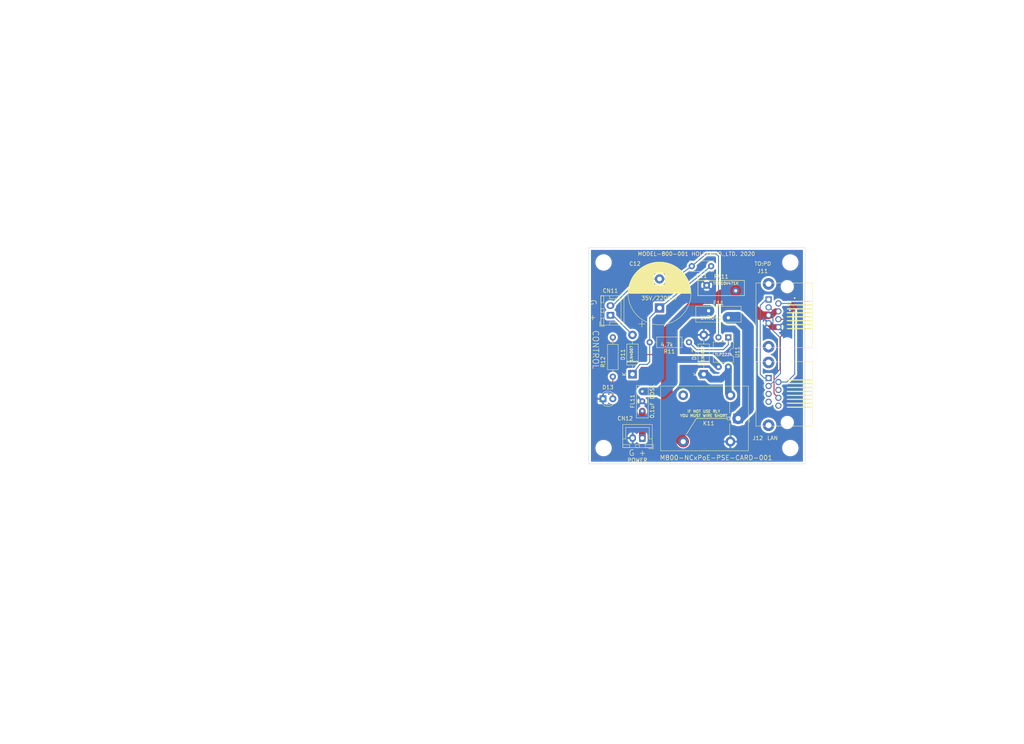
<source format=kicad_pcb>
(kicad_pcb (version 20171130) (host pcbnew 5.1.6-c6e7f7d~87~ubuntu18.04.1)

  (general
    (thickness 1.6)
    (drawings 17)
    (tracks 93)
    (zones 0)
    (modules 30)
    (nets 21)
  )

  (page A4)
  (title_block
    (title M800-NCxPoE)
    (date 2020-06-29)
    (rev 001)
  )

  (layers
    (0 F.Cu signal)
    (31 B.Cu signal)
    (32 B.Adhes user hide)
    (33 F.Adhes user hide)
    (34 B.Paste user hide)
    (35 F.Paste user hide)
    (36 B.SilkS user)
    (37 F.SilkS user)
    (38 B.Mask user)
    (39 F.Mask user)
    (40 Dwgs.User user)
    (41 Cmts.User user hide)
    (42 Eco1.User user hide)
    (43 Eco2.User user hide)
    (44 Edge.Cuts user)
    (45 Margin user)
    (46 B.CrtYd user hide)
    (47 F.CrtYd user)
    (48 B.Fab user hide)
    (49 F.Fab user hide)
  )

  (setup
    (last_trace_width 0.25)
    (user_trace_width 1.75)
    (user_trace_width 3)
    (trace_clearance 0.2)
    (zone_clearance 0.508)
    (zone_45_only no)
    (trace_min 0.2)
    (via_size 0.8)
    (via_drill 0.4)
    (via_min_size 0.4)
    (via_min_drill 0.3)
    (uvia_size 0.3)
    (uvia_drill 0.1)
    (uvias_allowed no)
    (uvia_min_size 0.2)
    (uvia_min_drill 0.1)
    (edge_width 0.1)
    (segment_width 0.2)
    (pcb_text_width 0.3)
    (pcb_text_size 1.5 1.5)
    (mod_edge_width 0.15)
    (mod_text_size 1 1)
    (mod_text_width 0.15)
    (pad_size 3.2 3.2)
    (pad_drill 3.2)
    (pad_to_mask_clearance 0)
    (aux_axis_origin 0 0)
    (visible_elements FFFFFF7F)
    (pcbplotparams
      (layerselection 0x010f0_ffffffff)
      (usegerberextensions false)
      (usegerberattributes true)
      (usegerberadvancedattributes true)
      (creategerberjobfile true)
      (excludeedgelayer true)
      (linewidth 0.100000)
      (plotframeref false)
      (viasonmask false)
      (mode 1)
      (useauxorigin false)
      (hpglpennumber 1)
      (hpglpenspeed 20)
      (hpglpendiameter 15.000000)
      (psnegative false)
      (psa4output false)
      (plotreference true)
      (plotvalue true)
      (plotinvisibletext false)
      (padsonsilk false)
      (subtractmaskfromsilk false)
      (outputformat 1)
      (mirror false)
      (drillshape 0)
      (scaleselection 1)
      (outputdirectory "./"))
  )

  (net 0 "")
  (net 1 "Net-(C11-Pad1)")
  (net 2 "Net-(C11-Pad2)")
  (net 3 "Net-(D12-Pad1)")
  (net 4 "Net-(F11-Pad1)")
  (net 5 /PSEBUS1)
  (net 6 /PSEBUS3)
  (net 7 /PSEBUS2)
  (net 8 /PSEBUS4)
  (net 9 "Net-(J12-Pad8)")
  (net 10 "Net-(J12-Pad4)")
  (net 11 "Net-(J12-Pad7)")
  (net 12 "Net-(J12-Pad5)")
  (net 13 "Net-(K11-Pad3)")
  (net 14 "Net-(R11-Pad1)")
  (net 15 "Net-(CN11-Pad1)")
  (net 16 "Net-(CN12-Pad1)")
  (net 17 "Net-(F11-Pad2)")
  (net 18 "Net-(D13-Pad2)")
  (net 19 /PSE_GND)
  (net 20 /PSE_PWR)

  (net_class Default "This is the default net class."
    (clearance 0.2)
    (trace_width 0.25)
    (via_dia 0.8)
    (via_drill 0.4)
    (uvia_dia 0.3)
    (uvia_drill 0.1)
    (add_net /PSEBUS1)
    (add_net /PSEBUS2)
    (add_net /PSEBUS3)
    (add_net /PSEBUS4)
    (add_net /PSE_GND)
    (add_net /PSE_PWR)
    (add_net "Net-(C11-Pad1)")
    (add_net "Net-(C11-Pad2)")
    (add_net "Net-(CN11-Pad1)")
    (add_net "Net-(CN12-Pad1)")
    (add_net "Net-(D12-Pad1)")
    (add_net "Net-(D13-Pad2)")
    (add_net "Net-(F11-Pad1)")
    (add_net "Net-(F11-Pad2)")
    (add_net "Net-(J12-Pad4)")
    (add_net "Net-(J12-Pad5)")
    (add_net "Net-(J12-Pad7)")
    (add_net "Net-(J12-Pad8)")
    (add_net "Net-(K11-Pad3)")
    (add_net "Net-(R11-Pad1)")
  )

  (module "" (layer F.Cu) (tedit 0) (tstamp 0)
    (at 153.035 71.12 90)
    (fp_text reference "" (at -13.335 -2.54 90) (layer F.SilkS)
      (effects (font (size 1.27 1.27) (thickness 0.15)))
    )
    (fp_text value "" (at -13.335 -2.54 90) (layer F.SilkS)
      (effects (font (size 1.27 1.27) (thickness 0.15)))
    )
    (fp_text user 1N4007 (at -13.081 -3.429 90) (layer F.SilkS)
      (effects (font (size 0.7 0.7) (thickness 0.15)))
    )
  )

  (module "" (layer F.Cu) (tedit 0) (tstamp 0)
    (at 171.45 71.12 90)
    (fp_text reference "" (at -13.335 -2.54 90) (layer F.SilkS)
      (effects (font (size 1.27 1.27) (thickness 0.15)))
    )
    (fp_text value "" (at -13.335 -2.54 90) (layer F.SilkS)
      (effects (font (size 1.27 1.27) (thickness 0.15)))
    )
    (fp_text user 1N4007 (at -13.081 -3.429 90) (layer F.SilkS)
      (effects (font (size 0.7 0.7) (thickness 0.15)))
    )
  )

  (module "" (layer F.Cu) (tedit 0) (tstamp 0)
    (at -13.335 -2.54)
    (fp_text reference "" (at 104.775 86.995) (layer F.SilkS)
      (effects (font (size 1.27 1.27) (thickness 0.15)))
    )
    (fp_text value "" (at 104.775 86.995) (layer F.SilkS)
      (effects (font (size 1.27 1.27) (thickness 0.15)))
    )
    (fp_text user 4.7k (at 172.085 84.455) (layer F.SilkS)
      (effects (font (size 1 1) (thickness 0.15)))
    )
  )

  (module "" (layer F.Cu) (tedit 0) (tstamp 0)
    (at 173.355 83.82)
    (fp_text reference "" (at 77.47 85.09) (layer F.SilkS)
      (effects (font (size 1.27 1.27) (thickness 0.15)))
    )
    (fp_text value "" (at 77.47 85.09) (layer F.SilkS)
      (effects (font (size 1.27 1.27) (thickness 0.15)))
    )
    (fp_text user TLP222A (at 0 0.635 -180) (layer F.SilkS)
      (effects (font (size 0.7 0.7) (thickness 0.15)))
    )
  )

  (module "" (layer F.Cu) (tedit 0) (tstamp 0)
    (at 146.05 81.915)
    (fp_text reference "" (at 22.86 -6.985) (layer F.SilkS)
      (effects (font (size 1.27 1.27) (thickness 0.15)))
    )
    (fp_text value "" (at 22.86 -6.985) (layer F.SilkS)
      (effects (font (size 1.27 1.27) (thickness 0.15)))
    )
    (fp_text user LVR040 (at 24.1554 -6.985) (layer F.SilkS)
      (effects (font (size 1 1) (thickness 0.15)))
    )
  )

  (module "" (layer F.Cu) (tedit 0) (tstamp 0)
    (at 22.86 -6.985)
    (fp_text reference "" (at 80.645 50.165) (layer F.SilkS)
      (effects (font (size 1.27 1.27) (thickness 0.15)))
    )
    (fp_text value "" (at 80.645 50.165) (layer F.SilkS)
      (effects (font (size 1.27 1.27) (thickness 0.15)))
    )
    (fp_text user TNR10V471K (at 151.13 73.025 -180) (layer F.SilkS)
      (effects (font (size 0.7 0.7) (thickness 0.15)))
    )
  )

  (module "" (layer F.Cu) (tedit 0) (tstamp 0)
    (at 149.225 46.99)
    (fp_text reference "" (at 85.09 73.025) (layer F.SilkS)
      (effects (font (size 1.27 1.27) (thickness 0.15)))
    )
    (fp_text value "" (at 85.09 73.025) (layer F.SilkS)
      (effects (font (size 1.27 1.27) (thickness 0.15)))
    )
    (fp_text user 35V/2200uF (at 7.62 22.86 180) (layer F.SilkS)
      (effects (font (size 1 1) (thickness 0.15)))
    )
  )

  (module "" (layer F.Cu) (tedit 0) (tstamp 0)
    (at 85.09 73.025)
    (fp_text reference "" (at 122.07 111.81) (layer F.SilkS)
      (effects (font (size 1.27 1.27) (thickness 0.15)))
    )
    (fp_text value "" (at 122.07 111.81) (layer F.SilkS)
      (effects (font (size 1.27 1.27) (thickness 0.15)))
    )
  )

  (module "" (layer F.Cu) (tedit 0) (tstamp 0)
    (at 85.09 73.025)
    (fp_text reference "" (at 122.07 111.81) (layer F.SilkS)
      (effects (font (size 1.27 1.27) (thickness 0.15)))
    )
    (fp_text value "" (at 122.07 111.81) (layer F.SilkS)
      (effects (font (size 1.27 1.27) (thickness 0.15)))
    )
  )

  (module "" (layer F.Cu) (tedit 0) (tstamp 0)
    (at 86.995 73.025)
    (fp_text reference "" (at 122.07 111.81) (layer F.SilkS)
      (effects (font (size 1.27 1.27) (thickness 0.15)))
    )
    (fp_text value "" (at 122.07 111.81) (layer F.SilkS)
      (effects (font (size 1.27 1.27) (thickness 0.15)))
    )
  )

  (module MountingHole:MountingHole_3.2mm_M3 (layer F.Cu) (tedit 56D1B4CB) (tstamp 5F127ACC)
    (at 190.65 108.635)
    (descr "Mounting Hole 3.2mm, no annular, M3")
    (tags "mounting hole 3.2mm no annular m3")
    (attr virtual)
    (fp_text reference REF** (at 0 -4.2) (layer F.SilkS) hide
      (effects (font (size 1 1) (thickness 0.15)))
    )
    (fp_text value MountingHole_3.2mm_M3 (at 0 4.2) (layer F.Fab) hide
      (effects (font (size 1 1) (thickness 0.15)))
    )
    (fp_circle (center 0 0) (end 3.2 0) (layer Cmts.User) (width 0.15))
    (fp_circle (center 0 0) (end 3.45 0) (layer F.CrtYd) (width 0.05))
    (fp_text user %R (at 0.3 0) (layer F.Fab) hide
      (effects (font (size 1 1) (thickness 0.15)))
    )
    (pad 1 np_thru_hole circle (at 0 0) (size 3.2 3.2) (drill 3.2) (layers *.Cu *.Mask))
  )

  (module MountingHole:MountingHole_3.2mm_M3 (layer F.Cu) (tedit 56D1B4CB) (tstamp 5F127ACC)
    (at 142.39 108.635)
    (descr "Mounting Hole 3.2mm, no annular, M3")
    (tags "mounting hole 3.2mm no annular m3")
    (attr virtual)
    (fp_text reference REF** (at 0 -4.2) (layer F.SilkS) hide
      (effects (font (size 1 1) (thickness 0.15)))
    )
    (fp_text value MountingHole_3.2mm_M3 (at 0 4.2) (layer F.Fab) hide
      (effects (font (size 1 1) (thickness 0.15)))
    )
    (fp_circle (center 0 0) (end 3.2 0) (layer Cmts.User) (width 0.15))
    (fp_circle (center 0 0) (end 3.45 0) (layer F.CrtYd) (width 0.05))
    (fp_text user %R (at 0.3 0) (layer F.Fab) hide
      (effects (font (size 1 1) (thickness 0.15)))
    )
    (pad 1 np_thru_hole circle (at 0 0) (size 3.2 3.2) (drill 3.2) (layers *.Cu *.Mask))
  )

  (module MountingHole:MountingHole_3.2mm_M3 (layer F.Cu) (tedit 56D1B4CB) (tstamp 5F127ACC)
    (at 142.39 60.635)
    (descr "Mounting Hole 3.2mm, no annular, M3")
    (tags "mounting hole 3.2mm no annular m3")
    (attr virtual)
    (fp_text reference REF** (at 0 -4.2) (layer F.SilkS) hide
      (effects (font (size 1 1) (thickness 0.15)))
    )
    (fp_text value MountingHole_3.2mm_M3 (at 0 4.2) (layer F.Fab) hide
      (effects (font (size 1 1) (thickness 0.15)))
    )
    (fp_circle (center 0 0) (end 3.2 0) (layer Cmts.User) (width 0.15))
    (fp_circle (center 0 0) (end 3.45 0) (layer F.CrtYd) (width 0.05))
    (fp_text user %R (at 0.3 0) (layer F.Fab) hide
      (effects (font (size 1 1) (thickness 0.15)))
    )
    (pad 1 np_thru_hole circle (at 0 0) (size 3.2 3.2) (drill 3.2) (layers *.Cu *.Mask))
  )

  (module MountingHole:MountingHole_3.2mm_M3 (layer F.Cu) (tedit 56D1B4CB) (tstamp 5F127ACC)
    (at 190.65 60.635)
    (descr "Mounting Hole 3.2mm, no annular, M3")
    (tags "mounting hole 3.2mm no annular m3")
    (attr virtual)
    (fp_text reference REF** (at 0 -4.2) (layer F.SilkS) hide
      (effects (font (size 1 1) (thickness 0.15)))
    )
    (fp_text value MountingHole_3.2mm_M3 (at 0 4.2) (layer F.Fab) hide
      (effects (font (size 1 1) (thickness 0.15)))
    )
    (fp_circle (center 0 0) (end 3.2 0) (layer Cmts.User) (width 0.15))
    (fp_circle (center 0 0) (end 3.45 0) (layer F.CrtYd) (width 0.05))
    (fp_text user %R (at 0.3 0) (layer F.Fab) hide
      (effects (font (size 1 1) (thickness 0.15)))
    )
    (pad 1 np_thru_hole circle (at 0 0) (size 3.2 3.2) (drill 3.2) (layers *.Cu *.Mask))
  )

  (module HOLLY:RJ45_Neltron_7810-8P8C (layer F.Cu) (tedit 5F0091D5) (tstamp 5EF8F767)
    (at 189.865 94.615 90)
    (descr "RJ45 Socket 秋月通商 http://akizukidenshi.com/catalog/g/gC-00159/")
    (path /5F2DD143)
    (fp_text reference J12 (at -11.43 -7.62 180) (layer F.SilkS)
      (effects (font (size 1 1) (thickness 0.15)))
    )
    (fp_text value RJ45 (at 1.6 -9.4 90) (layer F.Fab)
      (effects (font (size 1 1) (thickness 0.15)))
    )
    (fp_line (start -8.35 -8.1) (end 8.35 -8.1) (layer F.SilkS) (width 0.12))
    (fp_line (start 8.35 -8.1) (end 8.35 6.5) (layer F.SilkS) (width 0.12))
    (fp_line (start 8.35 6.5) (end -8.35 6.5) (layer F.SilkS) (width 0.12))
    (fp_line (start -8.35 6.5) (end -8.35 -8.1) (layer F.SilkS) (width 0.12))
    (fp_line (start -8.35 4.4) (end 8.35 4.4) (layer F.SilkS) (width 0.12))
    (fp_line (start 3.6 0) (end 3.6 6.2) (layer F.SilkS) (width 0.3))
    (fp_line (start 2.68 0) (end 2.68 6.2) (layer F.SilkS) (width 0.3))
    (fp_line (start 1.66 0) (end 1.66 6.2) (layer F.SilkS) (width 0.3))
    (fp_line (start 0.64 0) (end 0.64 6.2) (layer F.SilkS) (width 0.3))
    (fp_line (start -0.38 0) (end -0.38 6.2) (layer F.SilkS) (width 0.3))
    (fp_line (start -1.4 0) (end -1.4 6.2) (layer F.SilkS) (width 0.3))
    (fp_line (start -2.42 0) (end -2.42 6.2) (layer F.SilkS) (width 0.3))
    (fp_line (start -3.44 0) (end -3.44 6.2) (layer F.SilkS) (width 0.3))
    (fp_line (start -10 -8.4) (end 10 -8.4) (layer F.CrtYd) (width 0.12))
    (fp_line (start 10 -8.4) (end 10 7) (layer F.CrtYd) (width 0.12))
    (fp_line (start 10 7) (end -10 7) (layer F.CrtYd) (width 0.12))
    (fp_line (start -10 7) (end -10 -8.4) (layer F.CrtYd) (width 0.12))
    (pad 8 thru_hole circle (at -3.06 -2.3 90) (size 1.6 1.6) (drill 1) (layers *.Cu *.Mask)
      (net 9 "Net-(J12-Pad8)"))
    (pad 7 thru_hole circle (at -2.04 -4.84 90) (size 1.6 1.6) (drill 1) (layers *.Cu *.Mask)
      (net 11 "Net-(J12-Pad7)"))
    (pad 6 thru_hole circle (at -1.02 -2.3 90) (size 1.6 1.6) (drill 1) (layers *.Cu *.Mask)
      (net 8 /PSEBUS4))
    (pad 5 thru_hole circle (at 0 -4.84 90) (size 1.6 1.6) (drill 1) (layers *.Cu *.Mask)
      (net 12 "Net-(J12-Pad5)"))
    (pad 4 thru_hole circle (at 1.02 -2.3 90) (size 1.6 1.6) (drill 1) (layers *.Cu *.Mask)
      (net 10 "Net-(J12-Pad4)"))
    (pad 3 thru_hole circle (at 2.04 -4.84 90) (size 1.6 1.6) (drill 1) (layers *.Cu *.Mask)
      (net 6 /PSEBUS3))
    (pad 2 thru_hole circle (at 3.06 -2.3 90) (size 1.6 1.6) (drill 1) (layers *.Cu *.Mask)
      (net 7 /PSEBUS2))
    (pad 1 thru_hole rect (at 4.08 -4.84 90) (size 1.6 1.6) (drill 1) (layers *.Cu *.Mask)
      (net 5 /PSEBUS1))
    (pad "" thru_hole circle (at 8.125 -4.84 90) (size 3 3) (drill 1.5) (layers *.Cu *.Mask))
    (pad "" thru_hole circle (at -8.125 -4.84 90) (size 3 3) (drill 1.5) (layers *.Cu *.Mask))
    (pad "" np_thru_hole circle (at 7.4 0 90) (size 2.4 2.4) (drill 2.4) (layers *.Cu *.Mask))
    (pad "" np_thru_hole circle (at -7.4 0 90) (size 2.4 2.4) (drill 2.4) (layers *.Cu *.Mask))
    (model :HOLLY_3DMOD:RJ45_Neltron_7810-8P8C.wrl
      (offset (xyz -8.5 -6.5 0))
      (scale (xyz 1 1 1))
      (rotate (xyz 0 0 0))
    )
  )

  (module HOLLY:RJ45_Neltron_7810-8P8C (layer F.Cu) (tedit 5F0091D5) (tstamp 5EF8F744)
    (at 189.865 74.295 90)
    (descr "RJ45 Socket 秋月通商 http://akizukidenshi.com/catalog/g/gC-00159/")
    (path /5F2DC0A3)
    (fp_text reference J11 (at 11.43 -6.35 180) (layer F.SilkS)
      (effects (font (size 1 1) (thickness 0.15)))
    )
    (fp_text value RJ45 (at 1.6 -9.4 90) (layer F.Fab)
      (effects (font (size 1 1) (thickness 0.15)))
    )
    (fp_line (start -8.35 -8.1) (end 8.35 -8.1) (layer F.SilkS) (width 0.12))
    (fp_line (start 8.35 -8.1) (end 8.35 6.5) (layer F.SilkS) (width 0.12))
    (fp_line (start 8.35 6.5) (end -8.35 6.5) (layer F.SilkS) (width 0.12))
    (fp_line (start -8.35 6.5) (end -8.35 -8.1) (layer F.SilkS) (width 0.12))
    (fp_line (start -8.35 4.4) (end 8.35 4.4) (layer F.SilkS) (width 0.12))
    (fp_line (start 3.6 0) (end 3.6 6.2) (layer F.SilkS) (width 0.3))
    (fp_line (start 2.68 0) (end 2.68 6.2) (layer F.SilkS) (width 0.3))
    (fp_line (start 1.66 0) (end 1.66 6.2) (layer F.SilkS) (width 0.3))
    (fp_line (start 0.64 0) (end 0.64 6.2) (layer F.SilkS) (width 0.3))
    (fp_line (start -0.38 0) (end -0.38 6.2) (layer F.SilkS) (width 0.3))
    (fp_line (start -1.4 0) (end -1.4 6.2) (layer F.SilkS) (width 0.3))
    (fp_line (start -2.42 0) (end -2.42 6.2) (layer F.SilkS) (width 0.3))
    (fp_line (start -3.44 0) (end -3.44 6.2) (layer F.SilkS) (width 0.3))
    (fp_line (start -10 -8.4) (end 10 -8.4) (layer F.CrtYd) (width 0.12))
    (fp_line (start 10 -8.4) (end 10 7) (layer F.CrtYd) (width 0.12))
    (fp_line (start 10 7) (end -10 7) (layer F.CrtYd) (width 0.12))
    (fp_line (start -10 7) (end -10 -8.4) (layer F.CrtYd) (width 0.12))
    (pad 8 thru_hole circle (at -3.06 -2.3 90) (size 1.6 1.6) (drill 1) (layers *.Cu *.Mask)
      (net 19 /PSE_GND))
    (pad 7 thru_hole circle (at -2.04 -4.84 90) (size 1.6 1.6) (drill 1) (layers *.Cu *.Mask)
      (net 19 /PSE_GND))
    (pad 6 thru_hole circle (at -1.02 -2.3 90) (size 1.6 1.6) (drill 1) (layers *.Cu *.Mask)
      (net 8 /PSEBUS4))
    (pad 5 thru_hole circle (at 0 -4.84 90) (size 1.6 1.6) (drill 1) (layers *.Cu *.Mask)
      (net 20 /PSE_PWR))
    (pad 4 thru_hole circle (at 1.02 -2.3 90) (size 1.6 1.6) (drill 1) (layers *.Cu *.Mask)
      (net 20 /PSE_PWR))
    (pad 3 thru_hole circle (at 2.04 -4.84 90) (size 1.6 1.6) (drill 1) (layers *.Cu *.Mask)
      (net 6 /PSEBUS3))
    (pad 2 thru_hole circle (at 3.06 -2.3 90) (size 1.6 1.6) (drill 1) (layers *.Cu *.Mask)
      (net 7 /PSEBUS2))
    (pad 1 thru_hole rect (at 4.08 -4.84 90) (size 1.6 1.6) (drill 1) (layers *.Cu *.Mask)
      (net 5 /PSEBUS1))
    (pad "" thru_hole circle (at 8.125 -4.84 90) (size 3 3) (drill 1.5) (layers *.Cu *.Mask))
    (pad "" thru_hole circle (at -8.125 -4.84 90) (size 3 3) (drill 1.5) (layers *.Cu *.Mask))
    (pad "" np_thru_hole circle (at 7.4 0 90) (size 2.4 2.4) (drill 2.4) (layers *.Cu *.Mask))
    (pad "" np_thru_hole circle (at -7.4 0 90) (size 2.4 2.4) (drill 2.4) (layers *.Cu *.Mask))
    (model :HOLLY_3DMOD:RJ45_Neltron_7810-8P8C.wrl
      (offset (xyz -8.5 -6.5 0))
      (scale (xyz 1 1 1))
      (rotate (xyz 0 0 0))
    )
  )

  (module HOLLY:DSS1 (layer F.Cu) (tedit 5EF9D97F) (tstamp 5EFAEAD7)
    (at 152.4 96.52 90)
    (descr DSS1NB32A)
    (tags "murata EMI EMIFUL")
    (path /5EFFF09E)
    (fp_text reference FL11 (at 0 -2.54 90) (layer F.SilkS)
      (effects (font (size 1 1) (thickness 0.15)))
    )
    (fp_text value "0.1uF DDS1" (at 0 2.54 90) (layer F.SilkS)
      (effects (font (size 1 1) (thickness 0.15)))
    )
    (fp_line (start 4.064 -1.524) (end -4.318 -1.524) (layer F.SilkS) (width 0.12))
    (fp_line (start 4.064 1.524) (end 4.064 -1.524) (layer F.SilkS) (width 0.12))
    (fp_line (start -4.318 1.524) (end 4.064 1.524) (layer F.SilkS) (width 0.12))
    (fp_line (start -4.318 -1.524) (end -4.318 1.524) (layer F.SilkS) (width 0.12))
    (pad 1 thru_hole circle (at -2.54 0 90) (size 1.524 1.524) (drill 0.662) (layers *.Cu *.Mask)
      (net 16 "Net-(CN12-Pad1)"))
    (pad 2 thru_hole circle (at 0 0 90) (size 1.524 1.524) (drill 0.662) (layers *.Cu *.Mask)
      (net 19 /PSE_GND))
    (pad 3 thru_hole circle (at 2.54 0 90) (size 1.524 1.524) (drill 0.662) (layers *.Cu *.Mask)
      (net 17 "Net-(F11-Pad2)"))
  )

  (module Resistor_THT:R_Axial_DIN0207_L6.3mm_D2.5mm_P10.16mm_Horizontal (layer F.Cu) (tedit 5AE5139B) (tstamp 5EFAD3E6)
    (at 144.78 80.01 270)
    (descr "Resistor, Axial_DIN0207 series, Axial, Horizontal, pin pitch=10.16mm, 0.25W = 1/4W, length*diameter=6.3*2.5mm^2, http://cdn-reichelt.de/documents/datenblatt/B400/1_4W%23YAG.pdf")
    (tags "Resistor Axial_DIN0207 series Axial Horizontal pin pitch 10.16mm 0.25W = 1/4W length 6.3mm diameter 2.5mm")
    (path /5F072746)
    (fp_text reference R12 (at 6.35 2.54 90) (layer F.SilkS)
      (effects (font (size 1 1) (thickness 0.15)))
    )
    (fp_text value R_US (at 5.08 2.37 90) (layer F.Fab)
      (effects (font (size 1 1) (thickness 0.15)))
    )
    (fp_line (start 1.93 -1.25) (end 1.93 1.25) (layer F.Fab) (width 0.1))
    (fp_line (start 1.93 1.25) (end 8.23 1.25) (layer F.Fab) (width 0.1))
    (fp_line (start 8.23 1.25) (end 8.23 -1.25) (layer F.Fab) (width 0.1))
    (fp_line (start 8.23 -1.25) (end 1.93 -1.25) (layer F.Fab) (width 0.1))
    (fp_line (start 0 0) (end 1.93 0) (layer F.Fab) (width 0.1))
    (fp_line (start 10.16 0) (end 8.23 0) (layer F.Fab) (width 0.1))
    (fp_line (start 1.81 -1.37) (end 1.81 1.37) (layer F.SilkS) (width 0.12))
    (fp_line (start 1.81 1.37) (end 8.35 1.37) (layer F.SilkS) (width 0.12))
    (fp_line (start 8.35 1.37) (end 8.35 -1.37) (layer F.SilkS) (width 0.12))
    (fp_line (start 8.35 -1.37) (end 1.81 -1.37) (layer F.SilkS) (width 0.12))
    (fp_line (start 1.04 0) (end 1.81 0) (layer F.SilkS) (width 0.12))
    (fp_line (start 9.12 0) (end 8.35 0) (layer F.SilkS) (width 0.12))
    (fp_line (start -1.05 -1.5) (end -1.05 1.5) (layer F.CrtYd) (width 0.05))
    (fp_line (start -1.05 1.5) (end 11.21 1.5) (layer F.CrtYd) (width 0.05))
    (fp_line (start 11.21 1.5) (end 11.21 -1.5) (layer F.CrtYd) (width 0.05))
    (fp_line (start 11.21 -1.5) (end -1.05 -1.5) (layer F.CrtYd) (width 0.05))
    (fp_text user %R (at 5.08 0 90) (layer F.Fab)
      (effects (font (size 1 1) (thickness 0.15)))
    )
    (pad 2 thru_hole oval (at 10.16 0 270) (size 1.6 1.6) (drill 0.8) (layers *.Cu *.Mask)
      (net 18 "Net-(D13-Pad2)"))
    (pad 1 thru_hole circle (at 0 0 270) (size 1.6 1.6) (drill 0.8) (layers *.Cu *.Mask)
      (net 20 /PSE_PWR))
    (model ${KISYS3DMOD}/Resistor_THT.3dshapes/R_Axial_DIN0207_L6.3mm_D2.5mm_P10.16mm_Horizontal.wrl
      (at (xyz 0 0 0))
      (scale (xyz 1 1 1))
      (rotate (xyz 0 0 0))
    )
  )

  (module LED_THT:LED_D3.0mm (layer F.Cu) (tedit 587A3A7B) (tstamp 5EFAD13C)
    (at 142.24 95.885)
    (descr "LED, diameter 3.0mm, 2 pins")
    (tags "LED diameter 3.0mm 2 pins")
    (path /5F07A34A)
    (fp_text reference D13 (at 1.27 -2.96) (layer F.SilkS)
      (effects (font (size 1 1) (thickness 0.15)))
    )
    (fp_text value LED (at 1.27 2.96) (layer F.Fab)
      (effects (font (size 1 1) (thickness 0.15)))
    )
    (fp_circle (center 1.27 0) (end 2.77 0) (layer F.Fab) (width 0.1))
    (fp_line (start -0.23 -1.16619) (end -0.23 1.16619) (layer F.Fab) (width 0.1))
    (fp_line (start -0.29 -1.236) (end -0.29 -1.08) (layer F.SilkS) (width 0.12))
    (fp_line (start -0.29 1.08) (end -0.29 1.236) (layer F.SilkS) (width 0.12))
    (fp_line (start -1.15 -2.25) (end -1.15 2.25) (layer F.CrtYd) (width 0.05))
    (fp_line (start -1.15 2.25) (end 3.7 2.25) (layer F.CrtYd) (width 0.05))
    (fp_line (start 3.7 2.25) (end 3.7 -2.25) (layer F.CrtYd) (width 0.05))
    (fp_line (start 3.7 -2.25) (end -1.15 -2.25) (layer F.CrtYd) (width 0.05))
    (fp_arc (start 1.27 0) (end 0.229039 1.08) (angle -87.9) (layer F.SilkS) (width 0.12))
    (fp_arc (start 1.27 0) (end 0.229039 -1.08) (angle 87.9) (layer F.SilkS) (width 0.12))
    (fp_arc (start 1.27 0) (end -0.29 1.235516) (angle -108.8) (layer F.SilkS) (width 0.12))
    (fp_arc (start 1.27 0) (end -0.29 -1.235516) (angle 108.8) (layer F.SilkS) (width 0.12))
    (fp_arc (start 1.27 0) (end -0.23 -1.16619) (angle 284.3) (layer F.Fab) (width 0.1))
    (pad 2 thru_hole circle (at 2.54 0) (size 1.8 1.8) (drill 0.9) (layers *.Cu *.Mask)
      (net 18 "Net-(D13-Pad2)"))
    (pad 1 thru_hole rect (at 0 0) (size 1.8 1.8) (drill 0.9) (layers *.Cu *.Mask)
      (net 19 /PSE_GND))
    (model ${KISYS3DMOD}/LED_THT.3dshapes/LED_D3.0mm.wrl
      (at (xyz 0 0 0))
      (scale (xyz 1 1 1))
      (rotate (xyz 0 0 0))
    )
  )

  (module Connector_JST:JST_XH_B2B-XH-A_1x02_P2.50mm_Vertical (layer F.Cu) (tedit 5C28146C) (tstamp 5EFA195A)
    (at 152.4 106.045 180)
    (descr "JST XH series connector, B2B-XH-A (http://www.jst-mfg.com/product/pdf/eng/eXH.pdf), generated with kicad-footprint-generator")
    (tags "connector JST XH vertical")
    (path /BABD3B2F)
    (fp_text reference CN12 (at 4.445 5.08) (layer F.SilkS)
      (effects (font (size 1 1) (thickness 0.15)))
    )
    (fp_text value 02-XH-A (at 1.25 4.6) (layer F.Fab)
      (effects (font (size 1 1) (thickness 0.15)))
    )
    (fp_line (start -2.45 -2.35) (end -2.45 3.4) (layer F.Fab) (width 0.1))
    (fp_line (start -2.45 3.4) (end 4.95 3.4) (layer F.Fab) (width 0.1))
    (fp_line (start 4.95 3.4) (end 4.95 -2.35) (layer F.Fab) (width 0.1))
    (fp_line (start 4.95 -2.35) (end -2.45 -2.35) (layer F.Fab) (width 0.1))
    (fp_line (start -2.56 -2.46) (end -2.56 3.51) (layer F.SilkS) (width 0.12))
    (fp_line (start -2.56 3.51) (end 5.06 3.51) (layer F.SilkS) (width 0.12))
    (fp_line (start 5.06 3.51) (end 5.06 -2.46) (layer F.SilkS) (width 0.12))
    (fp_line (start 5.06 -2.46) (end -2.56 -2.46) (layer F.SilkS) (width 0.12))
    (fp_line (start -2.95 -2.85) (end -2.95 3.9) (layer F.CrtYd) (width 0.05))
    (fp_line (start -2.95 3.9) (end 5.45 3.9) (layer F.CrtYd) (width 0.05))
    (fp_line (start 5.45 3.9) (end 5.45 -2.85) (layer F.CrtYd) (width 0.05))
    (fp_line (start 5.45 -2.85) (end -2.95 -2.85) (layer F.CrtYd) (width 0.05))
    (fp_line (start -0.625 -2.35) (end 0 -1.35) (layer F.Fab) (width 0.1))
    (fp_line (start 0 -1.35) (end 0.625 -2.35) (layer F.Fab) (width 0.1))
    (fp_line (start 0.75 -2.45) (end 0.75 -1.7) (layer F.SilkS) (width 0.12))
    (fp_line (start 0.75 -1.7) (end 1.75 -1.7) (layer F.SilkS) (width 0.12))
    (fp_line (start 1.75 -1.7) (end 1.75 -2.45) (layer F.SilkS) (width 0.12))
    (fp_line (start 1.75 -2.45) (end 0.75 -2.45) (layer F.SilkS) (width 0.12))
    (fp_line (start -2.55 -2.45) (end -2.55 -1.7) (layer F.SilkS) (width 0.12))
    (fp_line (start -2.55 -1.7) (end -0.75 -1.7) (layer F.SilkS) (width 0.12))
    (fp_line (start -0.75 -1.7) (end -0.75 -2.45) (layer F.SilkS) (width 0.12))
    (fp_line (start -0.75 -2.45) (end -2.55 -2.45) (layer F.SilkS) (width 0.12))
    (fp_line (start 3.25 -2.45) (end 3.25 -1.7) (layer F.SilkS) (width 0.12))
    (fp_line (start 3.25 -1.7) (end 5.05 -1.7) (layer F.SilkS) (width 0.12))
    (fp_line (start 5.05 -1.7) (end 5.05 -2.45) (layer F.SilkS) (width 0.12))
    (fp_line (start 5.05 -2.45) (end 3.25 -2.45) (layer F.SilkS) (width 0.12))
    (fp_line (start -2.55 -0.2) (end -1.8 -0.2) (layer F.SilkS) (width 0.12))
    (fp_line (start -1.8 -0.2) (end -1.8 2.75) (layer F.SilkS) (width 0.12))
    (fp_line (start -1.8 2.75) (end 1.25 2.75) (layer F.SilkS) (width 0.12))
    (fp_line (start 5.05 -0.2) (end 4.3 -0.2) (layer F.SilkS) (width 0.12))
    (fp_line (start 4.3 -0.2) (end 4.3 2.75) (layer F.SilkS) (width 0.12))
    (fp_line (start 4.3 2.75) (end 1.25 2.75) (layer F.SilkS) (width 0.12))
    (fp_line (start -1.6 -2.75) (end -2.85 -2.75) (layer F.SilkS) (width 0.12))
    (fp_line (start -2.85 -2.75) (end -2.85 -1.5) (layer F.SilkS) (width 0.12))
    (fp_text user %R (at 1.25 2.7) (layer F.Fab)
      (effects (font (size 1 1) (thickness 0.15)))
    )
    (pad 2 thru_hole oval (at 2.5 0 180) (size 1.7 2) (drill 1) (layers *.Cu *.Mask)
      (net 19 /PSE_GND))
    (pad 1 thru_hole roundrect (at 0 0 180) (size 1.7 2) (drill 1) (layers *.Cu *.Mask) (roundrect_rratio 0.147059)
      (net 16 "Net-(CN12-Pad1)"))
    (model ${KISYS3DMOD}/Connector_JST.3dshapes/JST_XH_B2B-XH-A_1x02_P2.50mm_Vertical.wrl
      (at (xyz 0 0 0))
      (scale (xyz 1 1 1))
      (rotate (xyz 0 0 0))
    )
  )

  (module Varistor:RV_Disc_D12mm_W3.9mm_P7.5mm (layer F.Cu) (tedit 5A0F68DF) (tstamp 5EF9A7CF)
    (at 176.53 67.945 180)
    (descr "Varistor, diameter 12mm, width 3.9mm, pitch 7.5mm")
    (tags "varistor SIOV")
    (path /371C5F19)
    (fp_text reference RV11 (at 3.75 3.65) (layer F.SilkS)
      (effects (font (size 1 1) (thickness 0.15)))
    )
    (fp_text value TNR10V471K (at 3.75 -2.25) (layer F.Fab)
      (effects (font (size 1 1) (thickness 0.15)))
    )
    (fp_line (start -2.5 2.9) (end 10 2.9) (layer F.CrtYd) (width 0.05))
    (fp_line (start -2.5 -1.5) (end 10 -1.5) (layer F.CrtYd) (width 0.05))
    (fp_line (start 10 -1.5) (end 10 2.9) (layer F.CrtYd) (width 0.05))
    (fp_line (start -2.5 -1.5) (end -2.5 2.9) (layer F.CrtYd) (width 0.05))
    (fp_line (start -2.25 2.65) (end 9.75 2.65) (layer F.SilkS) (width 0.15))
    (fp_line (start -2.25 -1.25) (end 9.75 -1.25) (layer F.SilkS) (width 0.15))
    (fp_line (start 9.75 -1.25) (end 9.75 2.65) (layer F.SilkS) (width 0.15))
    (fp_line (start -2.25 -1.25) (end -2.25 2.65) (layer F.SilkS) (width 0.15))
    (fp_line (start -2.25 2.65) (end 9.75 2.65) (layer F.Fab) (width 0.1))
    (fp_line (start -2.25 -1.25) (end 9.75 -1.25) (layer F.Fab) (width 0.1))
    (fp_line (start 9.75 -1.25) (end 9.75 2.65) (layer F.Fab) (width 0.1))
    (fp_line (start -2.25 -1.25) (end -2.25 2.65) (layer F.Fab) (width 0.1))
    (fp_text user %R (at 3.75 0.7) (layer F.Fab)
      (effects (font (size 1 1) (thickness 0.15)))
    )
    (pad 2 thru_hole circle (at 7.5 1.4 180) (size 1.8 1.8) (drill 0.8) (layers *.Cu *.Mask)
      (net 19 /PSE_GND))
    (pad 1 thru_hole circle (at 0 0 180) (size 1.8 1.8) (drill 0.8) (layers *.Cu *.Mask)
      (net 20 /PSE_PWR))
    (model ${KISYS3DMOD}/Varistor.3dshapes/RV_Disc_D12mm_W3.9mm_P7.5mm.wrl
      (at (xyz 0 0 0))
      (scale (xyz 1 1 1))
      (rotate (xyz 0 0 0))
    )
  )

  (module Resistor_THT:R_Axial_DIN0207_L6.3mm_D2.5mm_P10.16mm_Horizontal (layer F.Cu) (tedit 5AE5139B) (tstamp 5EF9A7A5)
    (at 164.465 81.28 180)
    (descr "Resistor, Axial_DIN0207 series, Axial, Horizontal, pin pitch=10.16mm, 0.25W = 1/4W, length*diameter=6.3*2.5mm^2, http://cdn-reichelt.de/documents/datenblatt/B400/1_4W%23YAG.pdf")
    (tags "Resistor Axial_DIN0207 series Axial Horizontal pin pitch 10.16mm 0.25W = 1/4W length 6.3mm diameter 2.5mm")
    (path /5F314B94)
    (fp_text reference R11 (at 5.08 -2.37) (layer F.SilkS)
      (effects (font (size 1 1) (thickness 0.15)))
    )
    (fp_text value 4.7k (at 5.08 2.37) (layer F.Fab)
      (effects (font (size 1 1) (thickness 0.15)))
    )
    (fp_line (start 1.93 -1.25) (end 1.93 1.25) (layer F.Fab) (width 0.1))
    (fp_line (start 1.93 1.25) (end 8.23 1.25) (layer F.Fab) (width 0.1))
    (fp_line (start 8.23 1.25) (end 8.23 -1.25) (layer F.Fab) (width 0.1))
    (fp_line (start 8.23 -1.25) (end 1.93 -1.25) (layer F.Fab) (width 0.1))
    (fp_line (start 0 0) (end 1.93 0) (layer F.Fab) (width 0.1))
    (fp_line (start 10.16 0) (end 8.23 0) (layer F.Fab) (width 0.1))
    (fp_line (start 1.81 -1.37) (end 1.81 1.37) (layer F.SilkS) (width 0.12))
    (fp_line (start 1.81 1.37) (end 8.35 1.37) (layer F.SilkS) (width 0.12))
    (fp_line (start 8.35 1.37) (end 8.35 -1.37) (layer F.SilkS) (width 0.12))
    (fp_line (start 8.35 -1.37) (end 1.81 -1.37) (layer F.SilkS) (width 0.12))
    (fp_line (start 1.04 0) (end 1.81 0) (layer F.SilkS) (width 0.12))
    (fp_line (start 9.12 0) (end 8.35 0) (layer F.SilkS) (width 0.12))
    (fp_line (start -1.05 -1.5) (end -1.05 1.5) (layer F.CrtYd) (width 0.05))
    (fp_line (start -1.05 1.5) (end 11.21 1.5) (layer F.CrtYd) (width 0.05))
    (fp_line (start 11.21 1.5) (end 11.21 -1.5) (layer F.CrtYd) (width 0.05))
    (fp_line (start 11.21 -1.5) (end -1.05 -1.5) (layer F.CrtYd) (width 0.05))
    (fp_text user %R (at 5.08 0) (layer F.Fab)
      (effects (font (size 1 1) (thickness 0.15)))
    )
    (pad 2 thru_hole oval (at 10.16 0 180) (size 1.6 1.6) (drill 0.8) (layers *.Cu *.Mask)
      (net 1 "Net-(C11-Pad1)"))
    (pad 1 thru_hole circle (at 0 0 180) (size 1.6 1.6) (drill 0.8) (layers *.Cu *.Mask)
      (net 14 "Net-(R11-Pad1)"))
    (model ${KISYS3DMOD}/Resistor_THT.3dshapes/R_Axial_DIN0207_L6.3mm_D2.5mm_P10.16mm_Horizontal.wrl
      (at (xyz 0 0 0))
      (scale (xyz 1 1 1))
      (rotate (xyz 0 0 0))
    )
  )

  (module Capacitor_THT:C_Disc_D6.0mm_W2.5mm_P5.00mm (layer F.Cu) (tedit 5AE50EF0) (tstamp 5EF8F3FD)
    (at 170.18 61.595 180)
    (descr "C, Disc series, Radial, pin pitch=5.00mm, , diameter*width=6*2.5mm^2, Capacitor, http://cdn-reichelt.de/documents/datenblatt/B300/DS_KERKO_TC.pdf")
    (tags "C Disc series Radial pin pitch 5.00mm  diameter 6mm width 2.5mm Capacitor")
    (path /5F65760B)
    (fp_text reference C11 (at 2.5 -2.5) (layer F.SilkS)
      (effects (font (size 1 1) (thickness 0.15)))
    )
    (fp_text value 35V/10uF (at 2.5 2.5) (layer F.Fab)
      (effects (font (size 1 1) (thickness 0.15)))
    )
    (fp_line (start -0.5 -1.25) (end -0.5 1.25) (layer F.Fab) (width 0.1))
    (fp_line (start -0.5 1.25) (end 5.5 1.25) (layer F.Fab) (width 0.1))
    (fp_line (start 5.5 1.25) (end 5.5 -1.25) (layer F.Fab) (width 0.1))
    (fp_line (start 5.5 -1.25) (end -0.5 -1.25) (layer F.Fab) (width 0.1))
    (fp_line (start -0.62 -1.37) (end 5.62 -1.37) (layer F.SilkS) (width 0.12))
    (fp_line (start -0.62 1.37) (end 5.62 1.37) (layer F.SilkS) (width 0.12))
    (fp_line (start -0.62 -1.37) (end -0.62 -0.925) (layer F.SilkS) (width 0.12))
    (fp_line (start -0.62 0.925) (end -0.62 1.37) (layer F.SilkS) (width 0.12))
    (fp_line (start 5.62 -1.37) (end 5.62 -0.925) (layer F.SilkS) (width 0.12))
    (fp_line (start 5.62 0.925) (end 5.62 1.37) (layer F.SilkS) (width 0.12))
    (fp_line (start -1.05 -1.5) (end -1.05 1.5) (layer F.CrtYd) (width 0.05))
    (fp_line (start -1.05 1.5) (end 6.05 1.5) (layer F.CrtYd) (width 0.05))
    (fp_line (start 6.05 1.5) (end 6.05 -1.5) (layer F.CrtYd) (width 0.05))
    (fp_line (start 6.05 -1.5) (end -1.05 -1.5) (layer F.CrtYd) (width 0.05))
    (fp_text user %R (at 2.5 0) (layer F.Fab)
      (effects (font (size 1 1) (thickness 0.15)))
    )
    (pad 1 thru_hole circle (at 0 0 180) (size 1.6 1.6) (drill 0.8) (layers *.Cu *.Mask)
      (net 1 "Net-(C11-Pad1)"))
    (pad 2 thru_hole circle (at 5 0 180) (size 1.6 1.6) (drill 0.8) (layers *.Cu *.Mask)
      (net 2 "Net-(C11-Pad2)"))
    (model ${KISYS3DMOD}/Capacitor_THT.3dshapes/C_Disc_D6.0mm_W2.5mm_P5.00mm.wrl
      (at (xyz 0 0 0))
      (scale (xyz 1 1 1))
      (rotate (xyz 0 0 0))
    )
  )

  (module Capacitor_THT:CP_Radial_D16.0mm_P7.50mm (layer F.Cu) (tedit 5AE50EF1) (tstamp 5EF8F51E)
    (at 156.845 72.39 90)
    (descr "CP, Radial series, Radial, pin pitch=7.50mm, , diameter=16mm, Electrolytic Capacitor")
    (tags "CP Radial series Radial pin pitch 7.50mm  diameter 16mm Electrolytic Capacitor")
    (path /5F316273)
    (fp_text reference C12 (at 11.43 -6.35 180) (layer F.SilkS)
      (effects (font (size 1 1) (thickness 0.15)))
    )
    (fp_text value 35V/2200uF (at 3.75 9.25 90) (layer F.Fab)
      (effects (font (size 1 1) (thickness 0.15)))
    )
    (fp_circle (center 3.75 0) (end 11.75 0) (layer F.Fab) (width 0.1))
    (fp_circle (center 3.75 0) (end 11.87 0) (layer F.SilkS) (width 0.12))
    (fp_circle (center 3.75 0) (end 12 0) (layer F.CrtYd) (width 0.05))
    (fp_line (start -3.125168 -3.5075) (end -1.525168 -3.5075) (layer F.Fab) (width 0.1))
    (fp_line (start -2.325168 -4.3075) (end -2.325168 -2.7075) (layer F.Fab) (width 0.1))
    (fp_line (start 3.75 -8.081) (end 3.75 8.081) (layer F.SilkS) (width 0.12))
    (fp_line (start 3.79 -8.08) (end 3.79 8.08) (layer F.SilkS) (width 0.12))
    (fp_line (start 3.83 -8.08) (end 3.83 8.08) (layer F.SilkS) (width 0.12))
    (fp_line (start 3.87 -8.08) (end 3.87 8.08) (layer F.SilkS) (width 0.12))
    (fp_line (start 3.91 -8.079) (end 3.91 8.079) (layer F.SilkS) (width 0.12))
    (fp_line (start 3.95 -8.078) (end 3.95 8.078) (layer F.SilkS) (width 0.12))
    (fp_line (start 3.99 -8.077) (end 3.99 8.077) (layer F.SilkS) (width 0.12))
    (fp_line (start 4.03 -8.076) (end 4.03 8.076) (layer F.SilkS) (width 0.12))
    (fp_line (start 4.07 -8.074) (end 4.07 8.074) (layer F.SilkS) (width 0.12))
    (fp_line (start 4.11 -8.073) (end 4.11 8.073) (layer F.SilkS) (width 0.12))
    (fp_line (start 4.15 -8.071) (end 4.15 8.071) (layer F.SilkS) (width 0.12))
    (fp_line (start 4.19 -8.069) (end 4.19 8.069) (layer F.SilkS) (width 0.12))
    (fp_line (start 4.23 -8.066) (end 4.23 8.066) (layer F.SilkS) (width 0.12))
    (fp_line (start 4.27 -8.064) (end 4.27 8.064) (layer F.SilkS) (width 0.12))
    (fp_line (start 4.31 -8.061) (end 4.31 8.061) (layer F.SilkS) (width 0.12))
    (fp_line (start 4.35 -8.058) (end 4.35 8.058) (layer F.SilkS) (width 0.12))
    (fp_line (start 4.39 -8.055) (end 4.39 8.055) (layer F.SilkS) (width 0.12))
    (fp_line (start 4.43 -8.052) (end 4.43 8.052) (layer F.SilkS) (width 0.12))
    (fp_line (start 4.471 -8.049) (end 4.471 8.049) (layer F.SilkS) (width 0.12))
    (fp_line (start 4.511 -8.045) (end 4.511 8.045) (layer F.SilkS) (width 0.12))
    (fp_line (start 4.551 -8.041) (end 4.551 8.041) (layer F.SilkS) (width 0.12))
    (fp_line (start 4.591 -8.037) (end 4.591 8.037) (layer F.SilkS) (width 0.12))
    (fp_line (start 4.631 -8.033) (end 4.631 8.033) (layer F.SilkS) (width 0.12))
    (fp_line (start 4.671 -8.028) (end 4.671 8.028) (layer F.SilkS) (width 0.12))
    (fp_line (start 4.711 -8.024) (end 4.711 8.024) (layer F.SilkS) (width 0.12))
    (fp_line (start 4.751 -8.019) (end 4.751 8.019) (layer F.SilkS) (width 0.12))
    (fp_line (start 4.791 -8.014) (end 4.791 8.014) (layer F.SilkS) (width 0.12))
    (fp_line (start 4.831 -8.008) (end 4.831 8.008) (layer F.SilkS) (width 0.12))
    (fp_line (start 4.871 -8.003) (end 4.871 8.003) (layer F.SilkS) (width 0.12))
    (fp_line (start 4.911 -7.997) (end 4.911 7.997) (layer F.SilkS) (width 0.12))
    (fp_line (start 4.951 -7.991) (end 4.951 7.991) (layer F.SilkS) (width 0.12))
    (fp_line (start 4.991 -7.985) (end 4.991 7.985) (layer F.SilkS) (width 0.12))
    (fp_line (start 5.031 -7.979) (end 5.031 7.979) (layer F.SilkS) (width 0.12))
    (fp_line (start 5.071 -7.972) (end 5.071 7.972) (layer F.SilkS) (width 0.12))
    (fp_line (start 5.111 -7.966) (end 5.111 7.966) (layer F.SilkS) (width 0.12))
    (fp_line (start 5.151 -7.959) (end 5.151 7.959) (layer F.SilkS) (width 0.12))
    (fp_line (start 5.191 -7.952) (end 5.191 7.952) (layer F.SilkS) (width 0.12))
    (fp_line (start 5.231 -7.944) (end 5.231 7.944) (layer F.SilkS) (width 0.12))
    (fp_line (start 5.271 -7.937) (end 5.271 7.937) (layer F.SilkS) (width 0.12))
    (fp_line (start 5.311 -7.929) (end 5.311 7.929) (layer F.SilkS) (width 0.12))
    (fp_line (start 5.351 -7.921) (end 5.351 7.921) (layer F.SilkS) (width 0.12))
    (fp_line (start 5.391 -7.913) (end 5.391 7.913) (layer F.SilkS) (width 0.12))
    (fp_line (start 5.431 -7.905) (end 5.431 7.905) (layer F.SilkS) (width 0.12))
    (fp_line (start 5.471 -7.896) (end 5.471 7.896) (layer F.SilkS) (width 0.12))
    (fp_line (start 5.511 -7.887) (end 5.511 7.887) (layer F.SilkS) (width 0.12))
    (fp_line (start 5.551 -7.878) (end 5.551 7.878) (layer F.SilkS) (width 0.12))
    (fp_line (start 5.591 -7.869) (end 5.591 7.869) (layer F.SilkS) (width 0.12))
    (fp_line (start 5.631 -7.86) (end 5.631 7.86) (layer F.SilkS) (width 0.12))
    (fp_line (start 5.671 -7.85) (end 5.671 7.85) (layer F.SilkS) (width 0.12))
    (fp_line (start 5.711 -7.84) (end 5.711 7.84) (layer F.SilkS) (width 0.12))
    (fp_line (start 5.751 -7.83) (end 5.751 7.83) (layer F.SilkS) (width 0.12))
    (fp_line (start 5.791 -7.82) (end 5.791 7.82) (layer F.SilkS) (width 0.12))
    (fp_line (start 5.831 -7.81) (end 5.831 7.81) (layer F.SilkS) (width 0.12))
    (fp_line (start 5.871 -7.799) (end 5.871 7.799) (layer F.SilkS) (width 0.12))
    (fp_line (start 5.911 -7.788) (end 5.911 7.788) (layer F.SilkS) (width 0.12))
    (fp_line (start 5.951 -7.777) (end 5.951 7.777) (layer F.SilkS) (width 0.12))
    (fp_line (start 5.991 -7.765) (end 5.991 7.765) (layer F.SilkS) (width 0.12))
    (fp_line (start 6.031 -7.754) (end 6.031 7.754) (layer F.SilkS) (width 0.12))
    (fp_line (start 6.071 -7.742) (end 6.071 -1.44) (layer F.SilkS) (width 0.12))
    (fp_line (start 6.071 1.44) (end 6.071 7.742) (layer F.SilkS) (width 0.12))
    (fp_line (start 6.111 -7.73) (end 6.111 -1.44) (layer F.SilkS) (width 0.12))
    (fp_line (start 6.111 1.44) (end 6.111 7.73) (layer F.SilkS) (width 0.12))
    (fp_line (start 6.151 -7.718) (end 6.151 -1.44) (layer F.SilkS) (width 0.12))
    (fp_line (start 6.151 1.44) (end 6.151 7.718) (layer F.SilkS) (width 0.12))
    (fp_line (start 6.191 -7.705) (end 6.191 -1.44) (layer F.SilkS) (width 0.12))
    (fp_line (start 6.191 1.44) (end 6.191 7.705) (layer F.SilkS) (width 0.12))
    (fp_line (start 6.231 -7.693) (end 6.231 -1.44) (layer F.SilkS) (width 0.12))
    (fp_line (start 6.231 1.44) (end 6.231 7.693) (layer F.SilkS) (width 0.12))
    (fp_line (start 6.271 -7.68) (end 6.271 -1.44) (layer F.SilkS) (width 0.12))
    (fp_line (start 6.271 1.44) (end 6.271 7.68) (layer F.SilkS) (width 0.12))
    (fp_line (start 6.311 -7.666) (end 6.311 -1.44) (layer F.SilkS) (width 0.12))
    (fp_line (start 6.311 1.44) (end 6.311 7.666) (layer F.SilkS) (width 0.12))
    (fp_line (start 6.351 -7.653) (end 6.351 -1.44) (layer F.SilkS) (width 0.12))
    (fp_line (start 6.351 1.44) (end 6.351 7.653) (layer F.SilkS) (width 0.12))
    (fp_line (start 6.391 -7.639) (end 6.391 -1.44) (layer F.SilkS) (width 0.12))
    (fp_line (start 6.391 1.44) (end 6.391 7.639) (layer F.SilkS) (width 0.12))
    (fp_line (start 6.431 -7.625) (end 6.431 -1.44) (layer F.SilkS) (width 0.12))
    (fp_line (start 6.431 1.44) (end 6.431 7.625) (layer F.SilkS) (width 0.12))
    (fp_line (start 6.471 -7.611) (end 6.471 -1.44) (layer F.SilkS) (width 0.12))
    (fp_line (start 6.471 1.44) (end 6.471 7.611) (layer F.SilkS) (width 0.12))
    (fp_line (start 6.511 -7.597) (end 6.511 -1.44) (layer F.SilkS) (width 0.12))
    (fp_line (start 6.511 1.44) (end 6.511 7.597) (layer F.SilkS) (width 0.12))
    (fp_line (start 6.551 -7.582) (end 6.551 -1.44) (layer F.SilkS) (width 0.12))
    (fp_line (start 6.551 1.44) (end 6.551 7.582) (layer F.SilkS) (width 0.12))
    (fp_line (start 6.591 -7.568) (end 6.591 -1.44) (layer F.SilkS) (width 0.12))
    (fp_line (start 6.591 1.44) (end 6.591 7.568) (layer F.SilkS) (width 0.12))
    (fp_line (start 6.631 -7.553) (end 6.631 -1.44) (layer F.SilkS) (width 0.12))
    (fp_line (start 6.631 1.44) (end 6.631 7.553) (layer F.SilkS) (width 0.12))
    (fp_line (start 6.671 -7.537) (end 6.671 -1.44) (layer F.SilkS) (width 0.12))
    (fp_line (start 6.671 1.44) (end 6.671 7.537) (layer F.SilkS) (width 0.12))
    (fp_line (start 6.711 -7.522) (end 6.711 -1.44) (layer F.SilkS) (width 0.12))
    (fp_line (start 6.711 1.44) (end 6.711 7.522) (layer F.SilkS) (width 0.12))
    (fp_line (start 6.751 -7.506) (end 6.751 -1.44) (layer F.SilkS) (width 0.12))
    (fp_line (start 6.751 1.44) (end 6.751 7.506) (layer F.SilkS) (width 0.12))
    (fp_line (start 6.791 -7.49) (end 6.791 -1.44) (layer F.SilkS) (width 0.12))
    (fp_line (start 6.791 1.44) (end 6.791 7.49) (layer F.SilkS) (width 0.12))
    (fp_line (start 6.831 -7.474) (end 6.831 -1.44) (layer F.SilkS) (width 0.12))
    (fp_line (start 6.831 1.44) (end 6.831 7.474) (layer F.SilkS) (width 0.12))
    (fp_line (start 6.871 -7.457) (end 6.871 -1.44) (layer F.SilkS) (width 0.12))
    (fp_line (start 6.871 1.44) (end 6.871 7.457) (layer F.SilkS) (width 0.12))
    (fp_line (start 6.911 -7.44) (end 6.911 -1.44) (layer F.SilkS) (width 0.12))
    (fp_line (start 6.911 1.44) (end 6.911 7.44) (layer F.SilkS) (width 0.12))
    (fp_line (start 6.951 -7.423) (end 6.951 -1.44) (layer F.SilkS) (width 0.12))
    (fp_line (start 6.951 1.44) (end 6.951 7.423) (layer F.SilkS) (width 0.12))
    (fp_line (start 6.991 -7.406) (end 6.991 -1.44) (layer F.SilkS) (width 0.12))
    (fp_line (start 6.991 1.44) (end 6.991 7.406) (layer F.SilkS) (width 0.12))
    (fp_line (start 7.031 -7.389) (end 7.031 -1.44) (layer F.SilkS) (width 0.12))
    (fp_line (start 7.031 1.44) (end 7.031 7.389) (layer F.SilkS) (width 0.12))
    (fp_line (start 7.071 -7.371) (end 7.071 -1.44) (layer F.SilkS) (width 0.12))
    (fp_line (start 7.071 1.44) (end 7.071 7.371) (layer F.SilkS) (width 0.12))
    (fp_line (start 7.111 -7.353) (end 7.111 -1.44) (layer F.SilkS) (width 0.12))
    (fp_line (start 7.111 1.44) (end 7.111 7.353) (layer F.SilkS) (width 0.12))
    (fp_line (start 7.151 -7.334) (end 7.151 -1.44) (layer F.SilkS) (width 0.12))
    (fp_line (start 7.151 1.44) (end 7.151 7.334) (layer F.SilkS) (width 0.12))
    (fp_line (start 7.191 -7.316) (end 7.191 -1.44) (layer F.SilkS) (width 0.12))
    (fp_line (start 7.191 1.44) (end 7.191 7.316) (layer F.SilkS) (width 0.12))
    (fp_line (start 7.231 -7.297) (end 7.231 -1.44) (layer F.SilkS) (width 0.12))
    (fp_line (start 7.231 1.44) (end 7.231 7.297) (layer F.SilkS) (width 0.12))
    (fp_line (start 7.271 -7.278) (end 7.271 -1.44) (layer F.SilkS) (width 0.12))
    (fp_line (start 7.271 1.44) (end 7.271 7.278) (layer F.SilkS) (width 0.12))
    (fp_line (start 7.311 -7.258) (end 7.311 -1.44) (layer F.SilkS) (width 0.12))
    (fp_line (start 7.311 1.44) (end 7.311 7.258) (layer F.SilkS) (width 0.12))
    (fp_line (start 7.351 -7.239) (end 7.351 -1.44) (layer F.SilkS) (width 0.12))
    (fp_line (start 7.351 1.44) (end 7.351 7.239) (layer F.SilkS) (width 0.12))
    (fp_line (start 7.391 -7.219) (end 7.391 -1.44) (layer F.SilkS) (width 0.12))
    (fp_line (start 7.391 1.44) (end 7.391 7.219) (layer F.SilkS) (width 0.12))
    (fp_line (start 7.431 -7.199) (end 7.431 -1.44) (layer F.SilkS) (width 0.12))
    (fp_line (start 7.431 1.44) (end 7.431 7.199) (layer F.SilkS) (width 0.12))
    (fp_line (start 7.471 -7.178) (end 7.471 -1.44) (layer F.SilkS) (width 0.12))
    (fp_line (start 7.471 1.44) (end 7.471 7.178) (layer F.SilkS) (width 0.12))
    (fp_line (start 7.511 -7.157) (end 7.511 -1.44) (layer F.SilkS) (width 0.12))
    (fp_line (start 7.511 1.44) (end 7.511 7.157) (layer F.SilkS) (width 0.12))
    (fp_line (start 7.551 -7.136) (end 7.551 -1.44) (layer F.SilkS) (width 0.12))
    (fp_line (start 7.551 1.44) (end 7.551 7.136) (layer F.SilkS) (width 0.12))
    (fp_line (start 7.591 -7.115) (end 7.591 -1.44) (layer F.SilkS) (width 0.12))
    (fp_line (start 7.591 1.44) (end 7.591 7.115) (layer F.SilkS) (width 0.12))
    (fp_line (start 7.631 -7.094) (end 7.631 -1.44) (layer F.SilkS) (width 0.12))
    (fp_line (start 7.631 1.44) (end 7.631 7.094) (layer F.SilkS) (width 0.12))
    (fp_line (start 7.671 -7.072) (end 7.671 -1.44) (layer F.SilkS) (width 0.12))
    (fp_line (start 7.671 1.44) (end 7.671 7.072) (layer F.SilkS) (width 0.12))
    (fp_line (start 7.711 -7.049) (end 7.711 -1.44) (layer F.SilkS) (width 0.12))
    (fp_line (start 7.711 1.44) (end 7.711 7.049) (layer F.SilkS) (width 0.12))
    (fp_line (start 7.751 -7.027) (end 7.751 -1.44) (layer F.SilkS) (width 0.12))
    (fp_line (start 7.751 1.44) (end 7.751 7.027) (layer F.SilkS) (width 0.12))
    (fp_line (start 7.791 -7.004) (end 7.791 -1.44) (layer F.SilkS) (width 0.12))
    (fp_line (start 7.791 1.44) (end 7.791 7.004) (layer F.SilkS) (width 0.12))
    (fp_line (start 7.831 -6.981) (end 7.831 -1.44) (layer F.SilkS) (width 0.12))
    (fp_line (start 7.831 1.44) (end 7.831 6.981) (layer F.SilkS) (width 0.12))
    (fp_line (start 7.871 -6.958) (end 7.871 -1.44) (layer F.SilkS) (width 0.12))
    (fp_line (start 7.871 1.44) (end 7.871 6.958) (layer F.SilkS) (width 0.12))
    (fp_line (start 7.911 -6.934) (end 7.911 -1.44) (layer F.SilkS) (width 0.12))
    (fp_line (start 7.911 1.44) (end 7.911 6.934) (layer F.SilkS) (width 0.12))
    (fp_line (start 7.951 -6.91) (end 7.951 -1.44) (layer F.SilkS) (width 0.12))
    (fp_line (start 7.951 1.44) (end 7.951 6.91) (layer F.SilkS) (width 0.12))
    (fp_line (start 7.991 -6.886) (end 7.991 -1.44) (layer F.SilkS) (width 0.12))
    (fp_line (start 7.991 1.44) (end 7.991 6.886) (layer F.SilkS) (width 0.12))
    (fp_line (start 8.031 -6.861) (end 8.031 -1.44) (layer F.SilkS) (width 0.12))
    (fp_line (start 8.031 1.44) (end 8.031 6.861) (layer F.SilkS) (width 0.12))
    (fp_line (start 8.071 -6.836) (end 8.071 -1.44) (layer F.SilkS) (width 0.12))
    (fp_line (start 8.071 1.44) (end 8.071 6.836) (layer F.SilkS) (width 0.12))
    (fp_line (start 8.111 -6.811) (end 8.111 -1.44) (layer F.SilkS) (width 0.12))
    (fp_line (start 8.111 1.44) (end 8.111 6.811) (layer F.SilkS) (width 0.12))
    (fp_line (start 8.151 -6.785) (end 8.151 -1.44) (layer F.SilkS) (width 0.12))
    (fp_line (start 8.151 1.44) (end 8.151 6.785) (layer F.SilkS) (width 0.12))
    (fp_line (start 8.191 -6.759) (end 8.191 -1.44) (layer F.SilkS) (width 0.12))
    (fp_line (start 8.191 1.44) (end 8.191 6.759) (layer F.SilkS) (width 0.12))
    (fp_line (start 8.231 -6.733) (end 8.231 -1.44) (layer F.SilkS) (width 0.12))
    (fp_line (start 8.231 1.44) (end 8.231 6.733) (layer F.SilkS) (width 0.12))
    (fp_line (start 8.271 -6.706) (end 8.271 -1.44) (layer F.SilkS) (width 0.12))
    (fp_line (start 8.271 1.44) (end 8.271 6.706) (layer F.SilkS) (width 0.12))
    (fp_line (start 8.311 -6.679) (end 8.311 -1.44) (layer F.SilkS) (width 0.12))
    (fp_line (start 8.311 1.44) (end 8.311 6.679) (layer F.SilkS) (width 0.12))
    (fp_line (start 8.351 -6.652) (end 8.351 -1.44) (layer F.SilkS) (width 0.12))
    (fp_line (start 8.351 1.44) (end 8.351 6.652) (layer F.SilkS) (width 0.12))
    (fp_line (start 8.391 -6.624) (end 8.391 -1.44) (layer F.SilkS) (width 0.12))
    (fp_line (start 8.391 1.44) (end 8.391 6.624) (layer F.SilkS) (width 0.12))
    (fp_line (start 8.431 -6.596) (end 8.431 -1.44) (layer F.SilkS) (width 0.12))
    (fp_line (start 8.431 1.44) (end 8.431 6.596) (layer F.SilkS) (width 0.12))
    (fp_line (start 8.471 -6.568) (end 8.471 -1.44) (layer F.SilkS) (width 0.12))
    (fp_line (start 8.471 1.44) (end 8.471 6.568) (layer F.SilkS) (width 0.12))
    (fp_line (start 8.511 -6.539) (end 8.511 -1.44) (layer F.SilkS) (width 0.12))
    (fp_line (start 8.511 1.44) (end 8.511 6.539) (layer F.SilkS) (width 0.12))
    (fp_line (start 8.551 -6.51) (end 8.551 -1.44) (layer F.SilkS) (width 0.12))
    (fp_line (start 8.551 1.44) (end 8.551 6.51) (layer F.SilkS) (width 0.12))
    (fp_line (start 8.591 -6.48) (end 8.591 -1.44) (layer F.SilkS) (width 0.12))
    (fp_line (start 8.591 1.44) (end 8.591 6.48) (layer F.SilkS) (width 0.12))
    (fp_line (start 8.631 -6.45) (end 8.631 -1.44) (layer F.SilkS) (width 0.12))
    (fp_line (start 8.631 1.44) (end 8.631 6.45) (layer F.SilkS) (width 0.12))
    (fp_line (start 8.671 -6.42) (end 8.671 -1.44) (layer F.SilkS) (width 0.12))
    (fp_line (start 8.671 1.44) (end 8.671 6.42) (layer F.SilkS) (width 0.12))
    (fp_line (start 8.711 -6.39) (end 8.711 -1.44) (layer F.SilkS) (width 0.12))
    (fp_line (start 8.711 1.44) (end 8.711 6.39) (layer F.SilkS) (width 0.12))
    (fp_line (start 8.751 -6.358) (end 8.751 -1.44) (layer F.SilkS) (width 0.12))
    (fp_line (start 8.751 1.44) (end 8.751 6.358) (layer F.SilkS) (width 0.12))
    (fp_line (start 8.791 -6.327) (end 8.791 -1.44) (layer F.SilkS) (width 0.12))
    (fp_line (start 8.791 1.44) (end 8.791 6.327) (layer F.SilkS) (width 0.12))
    (fp_line (start 8.831 -6.295) (end 8.831 -1.44) (layer F.SilkS) (width 0.12))
    (fp_line (start 8.831 1.44) (end 8.831 6.295) (layer F.SilkS) (width 0.12))
    (fp_line (start 8.871 -6.263) (end 8.871 -1.44) (layer F.SilkS) (width 0.12))
    (fp_line (start 8.871 1.44) (end 8.871 6.263) (layer F.SilkS) (width 0.12))
    (fp_line (start 8.911 -6.23) (end 8.911 -1.44) (layer F.SilkS) (width 0.12))
    (fp_line (start 8.911 1.44) (end 8.911 6.23) (layer F.SilkS) (width 0.12))
    (fp_line (start 8.951 -6.197) (end 8.951 6.197) (layer F.SilkS) (width 0.12))
    (fp_line (start 8.991 -6.163) (end 8.991 6.163) (layer F.SilkS) (width 0.12))
    (fp_line (start 9.031 -6.129) (end 9.031 6.129) (layer F.SilkS) (width 0.12))
    (fp_line (start 9.071 -6.095) (end 9.071 6.095) (layer F.SilkS) (width 0.12))
    (fp_line (start 9.111 -6.06) (end 9.111 6.06) (layer F.SilkS) (width 0.12))
    (fp_line (start 9.151 -6.025) (end 9.151 6.025) (layer F.SilkS) (width 0.12))
    (fp_line (start 9.191 -5.989) (end 9.191 5.989) (layer F.SilkS) (width 0.12))
    (fp_line (start 9.231 -5.952) (end 9.231 5.952) (layer F.SilkS) (width 0.12))
    (fp_line (start 9.271 -5.916) (end 9.271 5.916) (layer F.SilkS) (width 0.12))
    (fp_line (start 9.311 -5.878) (end 9.311 5.878) (layer F.SilkS) (width 0.12))
    (fp_line (start 9.351 -5.84) (end 9.351 5.84) (layer F.SilkS) (width 0.12))
    (fp_line (start 9.391 -5.802) (end 9.391 5.802) (layer F.SilkS) (width 0.12))
    (fp_line (start 9.431 -5.763) (end 9.431 5.763) (layer F.SilkS) (width 0.12))
    (fp_line (start 9.471 -5.724) (end 9.471 5.724) (layer F.SilkS) (width 0.12))
    (fp_line (start 9.511 -5.684) (end 9.511 5.684) (layer F.SilkS) (width 0.12))
    (fp_line (start 9.551 -5.643) (end 9.551 5.643) (layer F.SilkS) (width 0.12))
    (fp_line (start 9.591 -5.602) (end 9.591 5.602) (layer F.SilkS) (width 0.12))
    (fp_line (start 9.631 -5.56) (end 9.631 5.56) (layer F.SilkS) (width 0.12))
    (fp_line (start 9.671 -5.518) (end 9.671 5.518) (layer F.SilkS) (width 0.12))
    (fp_line (start 9.711 -5.475) (end 9.711 5.475) (layer F.SilkS) (width 0.12))
    (fp_line (start 9.751 -5.432) (end 9.751 5.432) (layer F.SilkS) (width 0.12))
    (fp_line (start 9.791 -5.388) (end 9.791 5.388) (layer F.SilkS) (width 0.12))
    (fp_line (start 9.831 -5.343) (end 9.831 5.343) (layer F.SilkS) (width 0.12))
    (fp_line (start 9.871 -5.297) (end 9.871 5.297) (layer F.SilkS) (width 0.12))
    (fp_line (start 9.911 -5.251) (end 9.911 5.251) (layer F.SilkS) (width 0.12))
    (fp_line (start 9.951 -5.204) (end 9.951 5.204) (layer F.SilkS) (width 0.12))
    (fp_line (start 9.991 -5.156) (end 9.991 5.156) (layer F.SilkS) (width 0.12))
    (fp_line (start 10.031 -5.108) (end 10.031 5.108) (layer F.SilkS) (width 0.12))
    (fp_line (start 10.071 -5.059) (end 10.071 5.059) (layer F.SilkS) (width 0.12))
    (fp_line (start 10.111 -5.009) (end 10.111 5.009) (layer F.SilkS) (width 0.12))
    (fp_line (start 10.151 -4.958) (end 10.151 4.958) (layer F.SilkS) (width 0.12))
    (fp_line (start 10.191 -4.906) (end 10.191 4.906) (layer F.SilkS) (width 0.12))
    (fp_line (start 10.231 -4.854) (end 10.231 4.854) (layer F.SilkS) (width 0.12))
    (fp_line (start 10.271 -4.8) (end 10.271 4.8) (layer F.SilkS) (width 0.12))
    (fp_line (start 10.311 -4.746) (end 10.311 4.746) (layer F.SilkS) (width 0.12))
    (fp_line (start 10.351 -4.691) (end 10.351 4.691) (layer F.SilkS) (width 0.12))
    (fp_line (start 10.391 -4.634) (end 10.391 4.634) (layer F.SilkS) (width 0.12))
    (fp_line (start 10.431 -4.577) (end 10.431 4.577) (layer F.SilkS) (width 0.12))
    (fp_line (start 10.471 -4.519) (end 10.471 4.519) (layer F.SilkS) (width 0.12))
    (fp_line (start 10.511 -4.459) (end 10.511 4.459) (layer F.SilkS) (width 0.12))
    (fp_line (start 10.551 -4.398) (end 10.551 4.398) (layer F.SilkS) (width 0.12))
    (fp_line (start 10.591 -4.336) (end 10.591 4.336) (layer F.SilkS) (width 0.12))
    (fp_line (start 10.631 -4.273) (end 10.631 4.273) (layer F.SilkS) (width 0.12))
    (fp_line (start 10.671 -4.209) (end 10.671 4.209) (layer F.SilkS) (width 0.12))
    (fp_line (start 10.711 -4.143) (end 10.711 4.143) (layer F.SilkS) (width 0.12))
    (fp_line (start 10.751 -4.076) (end 10.751 4.076) (layer F.SilkS) (width 0.12))
    (fp_line (start 10.791 -4.007) (end 10.791 4.007) (layer F.SilkS) (width 0.12))
    (fp_line (start 10.831 -3.936) (end 10.831 3.936) (layer F.SilkS) (width 0.12))
    (fp_line (start 10.871 -3.864) (end 10.871 3.864) (layer F.SilkS) (width 0.12))
    (fp_line (start 10.911 -3.79) (end 10.911 3.79) (layer F.SilkS) (width 0.12))
    (fp_line (start 10.951 -3.715) (end 10.951 3.715) (layer F.SilkS) (width 0.12))
    (fp_line (start 10.991 -3.637) (end 10.991 3.637) (layer F.SilkS) (width 0.12))
    (fp_line (start 11.031 -3.557) (end 11.031 3.557) (layer F.SilkS) (width 0.12))
    (fp_line (start 11.071 -3.475) (end 11.071 3.475) (layer F.SilkS) (width 0.12))
    (fp_line (start 11.111 -3.39) (end 11.111 3.39) (layer F.SilkS) (width 0.12))
    (fp_line (start 11.151 -3.303) (end 11.151 3.303) (layer F.SilkS) (width 0.12))
    (fp_line (start 11.191 -3.213) (end 11.191 3.213) (layer F.SilkS) (width 0.12))
    (fp_line (start 11.231 -3.12) (end 11.231 3.12) (layer F.SilkS) (width 0.12))
    (fp_line (start 11.271 -3.024) (end 11.271 3.024) (layer F.SilkS) (width 0.12))
    (fp_line (start 11.311 -2.924) (end 11.311 2.924) (layer F.SilkS) (width 0.12))
    (fp_line (start 11.351 -2.82) (end 11.351 2.82) (layer F.SilkS) (width 0.12))
    (fp_line (start 11.391 -2.711) (end 11.391 2.711) (layer F.SilkS) (width 0.12))
    (fp_line (start 11.431 -2.597) (end 11.431 2.597) (layer F.SilkS) (width 0.12))
    (fp_line (start 11.471 -2.478) (end 11.471 2.478) (layer F.SilkS) (width 0.12))
    (fp_line (start 11.511 -2.351) (end 11.511 2.351) (layer F.SilkS) (width 0.12))
    (fp_line (start 11.551 -2.218) (end 11.551 2.218) (layer F.SilkS) (width 0.12))
    (fp_line (start 11.591 -2.074) (end 11.591 2.074) (layer F.SilkS) (width 0.12))
    (fp_line (start 11.631 -1.92) (end 11.631 1.92) (layer F.SilkS) (width 0.12))
    (fp_line (start 11.671 -1.752) (end 11.671 1.752) (layer F.SilkS) (width 0.12))
    (fp_line (start 11.711 -1.564) (end 11.711 1.564) (layer F.SilkS) (width 0.12))
    (fp_line (start 11.751 -1.351) (end 11.751 1.351) (layer F.SilkS) (width 0.12))
    (fp_line (start 11.791 -1.098) (end 11.791 1.098) (layer F.SilkS) (width 0.12))
    (fp_line (start 11.831 -0.765) (end 11.831 0.765) (layer F.SilkS) (width 0.12))
    (fp_line (start -4.939491 -4.555) (end -3.339491 -4.555) (layer F.SilkS) (width 0.12))
    (fp_line (start -4.139491 -5.355) (end -4.139491 -3.755) (layer F.SilkS) (width 0.12))
    (fp_text user %R (at 3.75 0 90) (layer F.Fab)
      (effects (font (size 1 1) (thickness 0.15)))
    )
    (pad 1 thru_hole rect (at 0 0 90) (size 2.4 2.4) (drill 1.2) (layers *.Cu *.Mask)
      (net 1 "Net-(C11-Pad1)"))
    (pad 2 thru_hole circle (at 7.5 0 90) (size 2.4 2.4) (drill 1.2) (layers *.Cu *.Mask)
      (net 2 "Net-(C11-Pad2)"))
    (model ${KISYS3DMOD}/Capacitor_THT.3dshapes/CP_Radial_D16.0mm_P7.50mm.wrl
      (at (xyz 0 0 0))
      (scale (xyz 1 1 1))
      (rotate (xyz 0 0 0))
    )
  )

  (module Connector_JST:JST_XH_B2B-XH-A_1x02_P2.50mm_Vertical (layer F.Cu) (tedit 5C28146C) (tstamp 5EF8F668)
    (at 144.145 74.295 90)
    (descr "JST XH series connector, B2B-XH-A (http://www.jst-mfg.com/product/pdf/eng/eXH.pdf), generated with kicad-footprint-generator")
    (tags "connector JST XH vertical")
    (path /A8B04D1A)
    (fp_text reference CN11 (at 6.35 0 180) (layer F.SilkS)
      (effects (font (size 1 1) (thickness 0.15)))
    )
    (fp_text value 02-XH-A (at 1.25 4.6 90) (layer F.Fab)
      (effects (font (size 1 1) (thickness 0.15)))
    )
    (fp_line (start -2.45 -2.35) (end -2.45 3.4) (layer F.Fab) (width 0.1))
    (fp_line (start -2.45 3.4) (end 4.95 3.4) (layer F.Fab) (width 0.1))
    (fp_line (start 4.95 3.4) (end 4.95 -2.35) (layer F.Fab) (width 0.1))
    (fp_line (start 4.95 -2.35) (end -2.45 -2.35) (layer F.Fab) (width 0.1))
    (fp_line (start -2.56 -2.46) (end -2.56 3.51) (layer F.SilkS) (width 0.12))
    (fp_line (start -2.56 3.51) (end 5.06 3.51) (layer F.SilkS) (width 0.12))
    (fp_line (start 5.06 3.51) (end 5.06 -2.46) (layer F.SilkS) (width 0.12))
    (fp_line (start 5.06 -2.46) (end -2.56 -2.46) (layer F.SilkS) (width 0.12))
    (fp_line (start -2.95 -2.85) (end -2.95 3.9) (layer F.CrtYd) (width 0.05))
    (fp_line (start -2.95 3.9) (end 5.45 3.9) (layer F.CrtYd) (width 0.05))
    (fp_line (start 5.45 3.9) (end 5.45 -2.85) (layer F.CrtYd) (width 0.05))
    (fp_line (start 5.45 -2.85) (end -2.95 -2.85) (layer F.CrtYd) (width 0.05))
    (fp_line (start -0.625 -2.35) (end 0 -1.35) (layer F.Fab) (width 0.1))
    (fp_line (start 0 -1.35) (end 0.625 -2.35) (layer F.Fab) (width 0.1))
    (fp_line (start 0.75 -2.45) (end 0.75 -1.7) (layer F.SilkS) (width 0.12))
    (fp_line (start 0.75 -1.7) (end 1.75 -1.7) (layer F.SilkS) (width 0.12))
    (fp_line (start 1.75 -1.7) (end 1.75 -2.45) (layer F.SilkS) (width 0.12))
    (fp_line (start 1.75 -2.45) (end 0.75 -2.45) (layer F.SilkS) (width 0.12))
    (fp_line (start -2.55 -2.45) (end -2.55 -1.7) (layer F.SilkS) (width 0.12))
    (fp_line (start -2.55 -1.7) (end -0.75 -1.7) (layer F.SilkS) (width 0.12))
    (fp_line (start -0.75 -1.7) (end -0.75 -2.45) (layer F.SilkS) (width 0.12))
    (fp_line (start -0.75 -2.45) (end -2.55 -2.45) (layer F.SilkS) (width 0.12))
    (fp_line (start 3.25 -2.45) (end 3.25 -1.7) (layer F.SilkS) (width 0.12))
    (fp_line (start 3.25 -1.7) (end 5.05 -1.7) (layer F.SilkS) (width 0.12))
    (fp_line (start 5.05 -1.7) (end 5.05 -2.45) (layer F.SilkS) (width 0.12))
    (fp_line (start 5.05 -2.45) (end 3.25 -2.45) (layer F.SilkS) (width 0.12))
    (fp_line (start -2.55 -0.2) (end -1.8 -0.2) (layer F.SilkS) (width 0.12))
    (fp_line (start -1.8 -0.2) (end -1.8 2.75) (layer F.SilkS) (width 0.12))
    (fp_line (start -1.8 2.75) (end 1.25 2.75) (layer F.SilkS) (width 0.12))
    (fp_line (start 5.05 -0.2) (end 4.3 -0.2) (layer F.SilkS) (width 0.12))
    (fp_line (start 4.3 -0.2) (end 4.3 2.75) (layer F.SilkS) (width 0.12))
    (fp_line (start 4.3 2.75) (end 1.25 2.75) (layer F.SilkS) (width 0.12))
    (fp_line (start -1.6 -2.75) (end -2.85 -2.75) (layer F.SilkS) (width 0.12))
    (fp_line (start -2.85 -2.75) (end -2.85 -1.5) (layer F.SilkS) (width 0.12))
    (fp_text user %R (at 1.25 2.7 90) (layer F.Fab)
      (effects (font (size 1 1) (thickness 0.15)))
    )
    (pad 1 thru_hole roundrect (at 0 0 90) (size 1.7 2) (drill 1) (layers *.Cu *.Mask) (roundrect_rratio 0.147059)
      (net 15 "Net-(CN11-Pad1)"))
    (pad 2 thru_hole oval (at 2.5 0 90) (size 1.7 2) (drill 1) (layers *.Cu *.Mask)
      (net 2 "Net-(C11-Pad2)"))
    (model ${KISYS3DMOD}/Connector_JST.3dshapes/JST_XH_B2B-XH-A_1x02_P2.50mm_Vertical.wrl
      (at (xyz 0 0 0))
      (scale (xyz 1 1 1))
      (rotate (xyz 0 0 0))
    )
  )

  (module Diode_THT:D_DO-41_SOD81_P10.16mm_Horizontal (layer F.Cu) (tedit 5AE50CD5) (tstamp 5EF8F6E9)
    (at 149.86 89.535 90)
    (descr "Diode, DO-41_SOD81 series, Axial, Horizontal, pin pitch=10.16mm, , length*diameter=5.2*2.7mm^2, , http://www.diodes.com/_files/packages/DO-41%20(Plastic).pdf")
    (tags "Diode DO-41_SOD81 series Axial Horizontal pin pitch 10.16mm  length 5.2mm diameter 2.7mm")
    (path /5F3153B6)
    (fp_text reference D11 (at 5.08 -2.47 90) (layer F.SilkS)
      (effects (font (size 1 1) (thickness 0.15)))
    )
    (fp_text value 1N4007 (at 5.08 2.47 90) (layer F.Fab)
      (effects (font (size 1 1) (thickness 0.15)))
    )
    (fp_line (start 2.48 -1.35) (end 2.48 1.35) (layer F.Fab) (width 0.1))
    (fp_line (start 2.48 1.35) (end 7.68 1.35) (layer F.Fab) (width 0.1))
    (fp_line (start 7.68 1.35) (end 7.68 -1.35) (layer F.Fab) (width 0.1))
    (fp_line (start 7.68 -1.35) (end 2.48 -1.35) (layer F.Fab) (width 0.1))
    (fp_line (start 0 0) (end 2.48 0) (layer F.Fab) (width 0.1))
    (fp_line (start 10.16 0) (end 7.68 0) (layer F.Fab) (width 0.1))
    (fp_line (start 3.26 -1.35) (end 3.26 1.35) (layer F.Fab) (width 0.1))
    (fp_line (start 3.36 -1.35) (end 3.36 1.35) (layer F.Fab) (width 0.1))
    (fp_line (start 3.16 -1.35) (end 3.16 1.35) (layer F.Fab) (width 0.1))
    (fp_line (start 2.36 -1.47) (end 2.36 1.47) (layer F.SilkS) (width 0.12))
    (fp_line (start 2.36 1.47) (end 7.8 1.47) (layer F.SilkS) (width 0.12))
    (fp_line (start 7.8 1.47) (end 7.8 -1.47) (layer F.SilkS) (width 0.12))
    (fp_line (start 7.8 -1.47) (end 2.36 -1.47) (layer F.SilkS) (width 0.12))
    (fp_line (start 1.34 0) (end 2.36 0) (layer F.SilkS) (width 0.12))
    (fp_line (start 8.82 0) (end 7.8 0) (layer F.SilkS) (width 0.12))
    (fp_line (start 3.26 -1.47) (end 3.26 1.47) (layer F.SilkS) (width 0.12))
    (fp_line (start 3.38 -1.47) (end 3.38 1.47) (layer F.SilkS) (width 0.12))
    (fp_line (start 3.14 -1.47) (end 3.14 1.47) (layer F.SilkS) (width 0.12))
    (fp_line (start -1.35 -1.6) (end -1.35 1.6) (layer F.CrtYd) (width 0.05))
    (fp_line (start -1.35 1.6) (end 11.51 1.6) (layer F.CrtYd) (width 0.05))
    (fp_line (start 11.51 1.6) (end 11.51 -1.6) (layer F.CrtYd) (width 0.05))
    (fp_line (start 11.51 -1.6) (end -1.35 -1.6) (layer F.CrtYd) (width 0.05))
    (fp_text user %R (at 5.47 0 90) (layer F.Fab)
      (effects (font (size 1 1) (thickness 0.15)))
    )
    (fp_text user K (at 0 -2.1 90) (layer F.Fab)
      (effects (font (size 1 1) (thickness 0.15)))
    )
    (fp_text user K (at 0 -2.1 90) (layer F.SilkS)
      (effects (font (size 1 1) (thickness 0.15)))
    )
    (pad 1 thru_hole rect (at 0 0 90) (size 2.2 2.2) (drill 1.1) (layers *.Cu *.Mask)
      (net 1 "Net-(C11-Pad1)"))
    (pad 2 thru_hole oval (at 10.16 0 90) (size 2.2 2.2) (drill 1.1) (layers *.Cu *.Mask)
      (net 15 "Net-(CN11-Pad1)"))
    (model ${KISYS3DMOD}/Diode_THT.3dshapes/D_DO-41_SOD81_P10.16mm_Horizontal.wrl
      (at (xyz 0 0 0))
      (scale (xyz 1 1 1))
      (rotate (xyz 0 0 0))
    )
  )

  (module Diode_THT:D_DO-41_SOD81_P10.16mm_Horizontal (layer F.Cu) (tedit 5AE50CD5) (tstamp 5EF8F6EF)
    (at 168.275 89.535 90)
    (descr "Diode, DO-41_SOD81 series, Axial, Horizontal, pin pitch=10.16mm, , length*diameter=5.2*2.7mm^2, , http://www.diodes.com/_files/packages/DO-41%20(Plastic).pdf")
    (tags "Diode DO-41_SOD81 series Axial Horizontal pin pitch 10.16mm  length 5.2mm diameter 2.7mm")
    (path /5F3EA239)
    (fp_text reference D12 (at 5.08 -2.47 90) (layer F.SilkS)
      (effects (font (size 1 1) (thickness 0.15)))
    )
    (fp_text value 1N4007 (at 5.08 2.47 90) (layer F.Fab)
      (effects (font (size 1 1) (thickness 0.15)))
    )
    (fp_line (start 11.51 -1.6) (end -1.35 -1.6) (layer F.CrtYd) (width 0.05))
    (fp_line (start 11.51 1.6) (end 11.51 -1.6) (layer F.CrtYd) (width 0.05))
    (fp_line (start -1.35 1.6) (end 11.51 1.6) (layer F.CrtYd) (width 0.05))
    (fp_line (start -1.35 -1.6) (end -1.35 1.6) (layer F.CrtYd) (width 0.05))
    (fp_line (start 3.14 -1.47) (end 3.14 1.47) (layer F.SilkS) (width 0.12))
    (fp_line (start 3.38 -1.47) (end 3.38 1.47) (layer F.SilkS) (width 0.12))
    (fp_line (start 3.26 -1.47) (end 3.26 1.47) (layer F.SilkS) (width 0.12))
    (fp_line (start 8.82 0) (end 7.8 0) (layer F.SilkS) (width 0.12))
    (fp_line (start 1.34 0) (end 2.36 0) (layer F.SilkS) (width 0.12))
    (fp_line (start 7.8 -1.47) (end 2.36 -1.47) (layer F.SilkS) (width 0.12))
    (fp_line (start 7.8 1.47) (end 7.8 -1.47) (layer F.SilkS) (width 0.12))
    (fp_line (start 2.36 1.47) (end 7.8 1.47) (layer F.SilkS) (width 0.12))
    (fp_line (start 2.36 -1.47) (end 2.36 1.47) (layer F.SilkS) (width 0.12))
    (fp_line (start 3.16 -1.35) (end 3.16 1.35) (layer F.Fab) (width 0.1))
    (fp_line (start 3.36 -1.35) (end 3.36 1.35) (layer F.Fab) (width 0.1))
    (fp_line (start 3.26 -1.35) (end 3.26 1.35) (layer F.Fab) (width 0.1))
    (fp_line (start 10.16 0) (end 7.68 0) (layer F.Fab) (width 0.1))
    (fp_line (start 0 0) (end 2.48 0) (layer F.Fab) (width 0.1))
    (fp_line (start 7.68 -1.35) (end 2.48 -1.35) (layer F.Fab) (width 0.1))
    (fp_line (start 7.68 1.35) (end 7.68 -1.35) (layer F.Fab) (width 0.1))
    (fp_line (start 2.48 1.35) (end 7.68 1.35) (layer F.Fab) (width 0.1))
    (fp_line (start 2.48 -1.35) (end 2.48 1.35) (layer F.Fab) (width 0.1))
    (fp_text user K (at 0 -2.1 90) (layer F.SilkS)
      (effects (font (size 1 1) (thickness 0.15)))
    )
    (fp_text user K (at 0 -2.1 90) (layer F.Fab)
      (effects (font (size 1 1) (thickness 0.15)))
    )
    (fp_text user %R (at 5.47 0 90) (layer F.Fab)
      (effects (font (size 1 1) (thickness 0.15)))
    )
    (pad 2 thru_hole oval (at 10.16 0 90) (size 2.2 2.2) (drill 1.1) (layers *.Cu *.Mask)
      (net 19 /PSE_GND))
    (pad 1 thru_hole rect (at 0 0 90) (size 2.2 2.2) (drill 1.1) (layers *.Cu *.Mask)
      (net 3 "Net-(D12-Pad1)"))
    (model ${KISYS3DMOD}/Diode_THT.3dshapes/D_DO-41_SOD81_P10.16mm_Horizontal.wrl
      (at (xyz 0 0 0))
      (scale (xyz 1 1 1))
      (rotate (xyz 0 0 0))
    )
  )

  (module Fuse:Fuse_BelFuse_0ZRE0033FF_L11.4mm_W3.8mm (layer F.Cu) (tedit 5BAABADA) (tstamp 5EF8F70E)
    (at 174.625 74.93 180)
    (descr "Fuse 0ZRE0033FF, BelFuse, Radial Leaded PTC,https://www.belfuse.com/resources/datasheets/circuitprotection/ds-cp-0zre-series.pdf")
    (tags "0ZRE BelFuse radial PTC")
    (path /6A689A17)
    (fp_text reference F11 (at 2.54 3.81) (layer F.SilkS)
      (effects (font (size 1 1) (thickness 0.15)))
    )
    (fp_text value LVR040 (at 2.6 5.4) (layer F.Fab)
      (effects (font (size 1 1) (thickness 0.15)))
    )
    (fp_line (start -3.3 2.95) (end 8.4 2.95) (layer F.SilkS) (width 0.12))
    (fp_line (start 8.4 -1.15) (end 8.4 2.95) (layer F.SilkS) (width 0.12))
    (fp_line (start -3.3 -1.15) (end -3.3 2.95) (layer F.SilkS) (width 0.12))
    (fp_line (start -3.3 -1.15) (end 8.4 -1.15) (layer F.SilkS) (width 0.12))
    (fp_line (start -3.4 3.05) (end 8.5 3.05) (layer F.CrtYd) (width 0.05))
    (fp_line (start 8.5 -1.25) (end 8.5 3.05) (layer F.CrtYd) (width 0.05))
    (fp_line (start -3.4 -1.25) (end -3.4 3.05) (layer F.CrtYd) (width 0.05))
    (fp_line (start -3.4 -1.25) (end 8.5 -1.25) (layer F.CrtYd) (width 0.05))
    (fp_line (start -3.15 -1) (end 8.25 -1) (layer F.Fab) (width 0.1))
    (fp_line (start -3.15 2.8) (end 8.25 2.8) (layer F.Fab) (width 0.1))
    (fp_line (start -3.15 -1) (end -3.15 2.8) (layer F.Fab) (width 0.1))
    (fp_line (start 8.25 -1) (end 8.25 2.8) (layer F.Fab) (width 0.1))
    (fp_text user %R (at 3.81 0) (layer F.Fab)
      (effects (font (size 1 1) (thickness 0.15)))
    )
    (pad 2 thru_hole circle (at 5.1 1.8 180) (size 1.4 1.4) (drill 0.85) (layers *.Cu *.Mask)
      (net 17 "Net-(F11-Pad2)"))
    (pad 1 thru_hole circle (at 0 0 180) (size 1.4 1.4) (drill 0.85) (layers *.Cu *.Mask)
      (net 4 "Net-(F11-Pad1)"))
    (model ${KISYS3DMOD}/Fuse.3dshapes/Fuse_BelFuse_0ZRE_0ZRE0033FF_L11.4mm_W3.8mm.wrl
      (at (xyz 0 0 0))
      (scale (xyz 1 1 1))
      (rotate (xyz 0 0 0))
    )
  )

  (module Relay_THT:Relay_SPDT_Omron-G5LE-1 (layer F.Cu) (tedit 5AE38B37) (tstamp 5EF8F7B6)
    (at 177.165 100.965 270)
    (descr "Omron Relay SPDT, http://www.omron.com/ecb/products/pdf/en-g5le.pdf")
    (tags "Omron Relay SPDT")
    (path /E90442EA)
    (fp_text reference K11 (at 1.27 7.62 180) (layer F.SilkS)
      (effects (font (size 1 1) (thickness 0.15)))
    )
    (fp_text value JQC-3FF (at 0 20.95 90) (layer F.Fab)
      (effects (font (size 1 1) (thickness 0.15)))
    )
    (fp_line (start 0 -1.55) (end 1 -2.55) (layer F.Fab) (width 0.1))
    (fp_line (start 1 -2.55) (end 8.25 -2.55) (layer F.Fab) (width 0.1))
    (fp_line (start 8.25 -2.55) (end 8.25 19.95) (layer F.Fab) (width 0.1))
    (fp_line (start 8.25 19.95) (end -8.25 19.95) (layer F.Fab) (width 0.1))
    (fp_line (start -8.25 19.95) (end -8.25 -2.55) (layer F.Fab) (width 0.1))
    (fp_line (start -8.25 -2.55) (end -1 -2.55) (layer F.Fab) (width 0.1))
    (fp_line (start -1 -2.55) (end 0 -1.55) (layer F.Fab) (width 0.1))
    (fp_line (start -4.5 2) (end 4.5 2) (layer F.Fab) (width 0.1))
    (fp_line (start 8.35 20.05) (end 8.35 -2.65) (layer F.SilkS) (width 0.12))
    (fp_line (start 8.35 -2.65) (end -8.35 -2.65) (layer F.SilkS) (width 0.12))
    (fp_line (start -8.35 -2.65) (end -8.35 20.05) (layer F.SilkS) (width 0.12))
    (fp_line (start -8.35 20.05) (end 8.35 20.05) (layer F.SilkS) (width 0.12))
    (fp_line (start -0.35 2.4) (end 0.35 2) (layer F.SilkS) (width 0.12))
    (fp_line (start 0.35 2.8) (end 0.35 1.6) (layer F.SilkS) (width 0.12))
    (fp_line (start 0.35 1.6) (end -0.35 1.6) (layer F.SilkS) (width 0.12))
    (fp_line (start -0.35 1.6) (end -0.35 2.8) (layer F.SilkS) (width 0.12))
    (fp_line (start -0.35 2.8) (end 0.35 2.8) (layer F.SilkS) (width 0.12))
    (fp_line (start -1 -2.91) (end 1 -2.91) (layer F.SilkS) (width 0.12))
    (fp_line (start -4.5 2.2) (end -1.35 2.2) (layer F.SilkS) (width 0.12))
    (fp_line (start 1.35 2.2) (end 4.5 2.2) (layer F.SilkS) (width 0.12))
    (fp_line (start 8.5 20.2) (end 8.5 -2.8) (layer F.CrtYd) (width 0.05))
    (fp_line (start 8.5 -2.8) (end -8.5 -2.8) (layer F.CrtYd) (width 0.05))
    (fp_line (start -8.5 -2.8) (end -8.5 20.2) (layer F.CrtYd) (width 0.05))
    (fp_line (start -8.5 20.2) (end 8.5 20.2) (layer F.CrtYd) (width 0.05))
    (fp_text user %R (at 0 8.7 90) (layer F.Fab)
      (effects (font (size 1 1) (thickness 0.15)))
    )
    (pad 1 thru_hole rect (at 0 0 270) (size 2.5 2.5) (drill 1.3) (layers *.Cu *.Mask)
      (net 4 "Net-(F11-Pad1)"))
    (pad 2 thru_hole oval (at -6 2 270) (size 2.5 2.5) (drill 1.3) (layers *.Cu *.Mask)
      (net 3 "Net-(D12-Pad1)"))
    (pad 3 thru_hole oval (at -6 14.2 270) (size 2.5 2.5) (drill 1.3) (layers *.Cu *.Mask)
      (net 13 "Net-(K11-Pad3)"))
    (pad 4 thru_hole oval (at 6 14.2 270) (size 2.5 2.5) (drill 1.3) (layers *.Cu *.Mask)
      (net 20 /PSE_PWR))
    (pad 5 thru_hole oval (at 6 2 270) (size 2.5 2.5) (drill 1.3) (layers *.Cu *.Mask)
      (net 19 /PSE_GND))
    (model ${KISYS3DMOD}/Relay_THT.3dshapes/Relay_SPDT_Omron-G5LE-1.wrl
      (at (xyz 0 0 0))
      (scale (xyz 1 1 1))
      (rotate (xyz 0 0 0))
    )
    (model :HOLLY_3DMOD:JQF-3FF-1C.wrl
      (at (xyz 0 0 0))
      (scale (xyz 1 1 1))
      (rotate (xyz 0 0 0))
    )
  )

  (module Package_DIP:DIP-4_W7.62mm (layer F.Cu) (tedit 5A02E8C5) (tstamp 5EF8F7D7)
    (at 174.625 80.01 270)
    (descr "4-lead though-hole mounted DIP package, row spacing 7.62 mm (300 mils)")
    (tags "THT DIP DIL PDIP 2.54mm 7.62mm 300mil")
    (path /5F446CBD)
    (fp_text reference U11 (at 3.81 -2.33 90) (layer F.SilkS)
      (effects (font (size 1 1) (thickness 0.15)))
    )
    (fp_text value TLP222A (at 3.81 4.87 90) (layer F.Fab)
      (effects (font (size 1 1) (thickness 0.15)))
    )
    (fp_line (start 8.7 -1.55) (end -1.1 -1.55) (layer F.CrtYd) (width 0.05))
    (fp_line (start 8.7 4.1) (end 8.7 -1.55) (layer F.CrtYd) (width 0.05))
    (fp_line (start -1.1 4.1) (end 8.7 4.1) (layer F.CrtYd) (width 0.05))
    (fp_line (start -1.1 -1.55) (end -1.1 4.1) (layer F.CrtYd) (width 0.05))
    (fp_line (start 6.46 -1.33) (end 4.81 -1.33) (layer F.SilkS) (width 0.12))
    (fp_line (start 6.46 3.87) (end 6.46 -1.33) (layer F.SilkS) (width 0.12))
    (fp_line (start 1.16 3.87) (end 6.46 3.87) (layer F.SilkS) (width 0.12))
    (fp_line (start 1.16 -1.33) (end 1.16 3.87) (layer F.SilkS) (width 0.12))
    (fp_line (start 2.81 -1.33) (end 1.16 -1.33) (layer F.SilkS) (width 0.12))
    (fp_line (start 0.635 -0.27) (end 1.635 -1.27) (layer F.Fab) (width 0.1))
    (fp_line (start 0.635 3.81) (end 0.635 -0.27) (layer F.Fab) (width 0.1))
    (fp_line (start 6.985 3.81) (end 0.635 3.81) (layer F.Fab) (width 0.1))
    (fp_line (start 6.985 -1.27) (end 6.985 3.81) (layer F.Fab) (width 0.1))
    (fp_line (start 1.635 -1.27) (end 6.985 -1.27) (layer F.Fab) (width 0.1))
    (fp_text user %R (at 3.81 1.27 90) (layer F.Fab)
      (effects (font (size 1 1) (thickness 0.15)))
    )
    (fp_arc (start 3.81 -1.33) (end 2.81 -1.33) (angle -180) (layer F.SilkS) (width 0.12))
    (pad 4 thru_hole oval (at 7.62 0 270) (size 1.6 1.6) (drill 0.8) (layers *.Cu *.Mask)
      (net 3 "Net-(D12-Pad1)"))
    (pad 2 thru_hole oval (at 0 2.54 270) (size 1.6 1.6) (drill 0.8) (layers *.Cu *.Mask)
      (net 2 "Net-(C11-Pad2)"))
    (pad 3 thru_hole oval (at 7.62 2.54 270) (size 1.6 1.6) (drill 0.8) (layers *.Cu *.Mask)
      (net 17 "Net-(F11-Pad2)"))
    (pad 1 thru_hole rect (at 0 0 270) (size 1.6 1.6) (drill 0.8) (layers *.Cu *.Mask)
      (net 14 "Net-(R11-Pad1)"))
    (model ${KISYS3DMOD}/Package_DIP.3dshapes/DIP-4_W7.62mm.wrl
      (at (xyz 0 0 0))
      (scale (xyz 1 1 1))
      (rotate (xyz 0 0 0))
    )
  )

  (gr_text LAN (at 186.055 106.045) (layer F.SilkS)
    (effects (font (size 1 1) (thickness 0.15)))
  )
  (gr_text TO:PD (at 183.515 60.96) (layer F.SilkS)
    (effects (font (size 1 1) (thickness 0.15)))
  )
  (gr_text "G  +" (at 139.7 73.025 270) (layer F.SilkS) (tstamp 5F133629)
    (effects (font (size 1.5 1.5) (thickness 0.15)))
  )
  (gr_text CONTROL (at 140.335 83.185 270) (layer F.SilkS) (tstamp 5F133623)
    (effects (font (size 1.5 1.5) (thickness 0.15)))
  )
  (gr_text "MODEL-800-001 HOLLY&CO.,LTD. 2020" (at 166.37 58.42) (layer F.SilkS) (tstamp 5F130EFC)
    (effects (font (size 1 1) (thickness 0.15)))
  )
  (gr_line (start 174.244 100.965) (end 166.37 100.965) (layer F.SilkS) (width 0.15) (tstamp 5F1308A6))
  (gr_text "IF NOT USE RLY\nYOU MUST WIRE SHORT" (at 168.275 99.695) (layer F.SilkS) (tstamp 5F1307B6)
    (effects (font (size 0.7 0.7) (thickness 0.15)))
  )
  (gr_line (start 166.37 100.965) (end 163.83 105.029) (layer F.SilkS) (width 0.15) (tstamp 5F130770))
  (gr_text "G +" (at 151.13 109.855) (layer F.SilkS) (tstamp 5F12C502)
    (effects (font (size 1.5 1.5) (thickness 0.15)))
  )
  (gr_text POWER (at 151.13 111.76) (layer F.SilkS) (tstamp 5F12C4FF)
    (effects (font (size 1 1) (thickness 0.15)))
  )
  (gr_text M800-NCxPoE-PSE-CARD-001 (at 171.45 111.125) (layer F.SilkS) (tstamp 5F12C343)
    (effects (font (size 1.2 1.2) (thickness 0.15)))
  )
  (dimension 55.88 (width 0.15) (layer Dwgs.User)
    (gr_text "55.880 mm" (at 131.854558 84.765 270) (layer Dwgs.User)
      (effects (font (size 1 1) (thickness 0.15)))
    )
    (feature1 (pts (xy 138.58 112.705) (xy 132.568137 112.705)))
    (feature2 (pts (xy 138.58 56.825) (xy 132.568137 56.825)))
    (crossbar (pts (xy 133.154558 56.825) (xy 133.154558 112.705)))
    (arrow1a (pts (xy 133.154558 112.705) (xy 132.568137 111.578496)))
    (arrow1b (pts (xy 133.154558 112.705) (xy 133.740979 111.578496)))
    (arrow2a (pts (xy 133.154558 56.825) (xy 132.568137 57.951504)))
    (arrow2b (pts (xy 133.154558 56.825) (xy 133.740979 57.951504)))
  )
  (dimension 55.88 (width 0.15) (layer Dwgs.User)
    (gr_text "55.880 mm" (at 166.52 50.77) (layer Dwgs.User)
      (effects (font (size 1 1) (thickness 0.15)))
    )
    (feature1 (pts (xy 194.46 56.825) (xy 194.46 51.483579)))
    (feature2 (pts (xy 138.58 56.825) (xy 138.58 51.483579)))
    (crossbar (pts (xy 138.58 52.07) (xy 194.46 52.07)))
    (arrow1a (pts (xy 194.46 52.07) (xy 193.333496 52.656421)))
    (arrow1b (pts (xy 194.46 52.07) (xy 193.333496 51.483579)))
    (arrow2a (pts (xy 138.58 52.07) (xy 139.706504 52.656421)))
    (arrow2b (pts (xy 138.58 52.07) (xy 139.706504 51.483579)))
  )
  (gr_line (start 138.58 112.705) (end 194.46 112.705) (layer Edge.Cuts) (width 0.1) (tstamp 5F01BD63))
  (gr_line (start 194.46 56.825) (end 194.46 112.705) (layer Edge.Cuts) (width 0.1) (tstamp 5F01BD51))
  (gr_line (start 138.58 56.825) (end 194.46 56.825) (layer Edge.Cuts) (width 0.1) (tstamp 5F01BD4E))
  (gr_line (start 138.58 112.705) (end 138.58 56.825) (layer Edge.Cuts) (width 0.1) (tstamp 5F01BD3E))

  (segment (start 151.765 86.995) (end 149.86 89.535) (width 0.25) (layer B.Cu) (net 1))
  (segment (start 170.18 61.595) (end 156.845 72.39) (width 0.25) (layer B.Cu) (net 1))
  (segment (start 154.305 81.28) (end 154.305 85.725) (width 0.25) (layer B.Cu) (net 1))
  (segment (start 154.305 85.725) (end 154.305 86.36) (width 0.25) (layer B.Cu) (net 1))
  (segment (start 154.305 86.36) (end 153.67 86.995) (width 0.25) (layer B.Cu) (net 1))
  (segment (start 153.67 86.995) (end 151.765 86.995) (width 0.25) (layer B.Cu) (net 1))
  (segment (start 156.845 72.39) (end 154.305 74.93) (width 0.25) (layer B.Cu) (net 1))
  (segment (start 154.305 74.93) (end 154.305 81.28) (width 0.25) (layer B.Cu) (net 1))
  (segment (start 144.145 71.795) (end 144.74 71.795) (width 0.25) (layer F.Cu) (net 2))
  (segment (start 151.645 64.89) (end 156.845 64.89) (width 0.25) (layer B.Cu) (net 2))
  (segment (start 144.74 71.795) (end 151.645 64.89) (width 0.25) (layer B.Cu) (net 2))
  (segment (start 168.91 58.42) (end 165.18 61.595) (width 0.25) (layer B.Cu) (net 2))
  (segment (start 171.45 58.42) (end 168.91 58.42) (width 0.25) (layer B.Cu) (net 2))
  (segment (start 172.085 80.01) (end 172.085 59.055) (width 0.25) (layer B.Cu) (net 2))
  (segment (start 172.085 59.055) (end 171.45 58.42) (width 0.25) (layer B.Cu) (net 2))
  (segment (start 160.615 64.89) (end 165.18 61.595) (width 0.25) (layer B.Cu) (net 2))
  (segment (start 156.845 64.89) (end 160.615 64.89) (width 0.25) (layer B.Cu) (net 2))
  (segment (start 174.625 94.425) (end 175.165 94.965) (width 1.75) (layer B.Cu) (net 3))
  (segment (start 174.625 87.63) (end 174.625 94.425) (width 1.75) (layer B.Cu) (net 3))
  (segment (start 174.625 88.9) (end 174.625 87.63) (width 1.75) (layer B.Cu) (net 3))
  (segment (start 172.72 90.805) (end 174.625 88.9) (width 1.75) (layer B.Cu) (net 3))
  (segment (start 170.18 90.805) (end 172.72 90.805) (width 1.75) (layer B.Cu) (net 3))
  (segment (start 167.64 89.535) (end 168.91 89.535) (width 1.75) (layer B.Cu) (net 3))
  (segment (start 168.91 89.535) (end 170.18 90.805) (width 1.75) (layer B.Cu) (net 3))
  (segment (start 174.625 74.93) (end 177.165 74.93) (width 3) (layer B.Cu) (net 4))
  (segment (start 177.165 74.93) (end 179.705 77.47) (width 3) (layer B.Cu) (net 4))
  (segment (start 179.705 98.425) (end 177.165 100.965) (width 3) (layer B.Cu) (net 4))
  (segment (start 179.705 77.47) (end 179.705 98.425) (width 3) (layer B.Cu) (net 4))
  (segment (start 182.88 71.755) (end 182.88 89.535) (width 0.25) (layer B.Cu) (net 5))
  (segment (start 183.88 90.535) (end 185.025 90.535) (width 0.25) (layer B.Cu) (net 5))
  (segment (start 182.88 89.535) (end 183.88 90.535) (width 0.25) (layer B.Cu) (net 5))
  (segment (start 185.025 70.215) (end 184.42 70.215) (width 0.25) (layer B.Cu) (net 5))
  (segment (start 184.42 70.215) (end 182.88 71.755) (width 0.25) (layer B.Cu) (net 5))
  (segment (start 185.025 72.255) (end 185.285 72.255) (width 0.25) (layer B.Cu) (net 6))
  (segment (start 186.150001 73.120001) (end 186.150001 78.200001) (width 0.25) (layer B.Cu) (net 6))
  (segment (start 185.285 72.255) (end 186.150001 73.120001) (width 0.25) (layer B.Cu) (net 6))
  (segment (start 185.170002 92.575) (end 185.025 92.575) (width 0.25) (layer B.Cu) (net 6))
  (segment (start 186.439999 91.305003) (end 185.170002 92.575) (width 0.25) (layer B.Cu) (net 6))
  (segment (start 186.439999 91.014999) (end 186.439999 91.305003) (width 0.25) (layer B.Cu) (net 6))
  (segment (start 188.105001 89.349997) (end 186.439999 91.014999) (width 0.25) (layer B.Cu) (net 6))
  (segment (start 188.105001 80.155001) (end 188.105001 89.349997) (width 0.25) (layer B.Cu) (net 6))
  (segment (start 186.150001 78.200001) (end 188.105001 80.155001) (width 0.25) (layer B.Cu) (net 6))
  (segment (start 187.565 71.235) (end 190.615 71.235) (width 0.25) (layer B.Cu) (net 7))
  (segment (start 190.615 71.235) (end 191.77 72.39) (width 0.25) (layer B.Cu) (net 7))
  (segment (start 191.77 72.39) (end 191.77 89.535) (width 0.25) (layer B.Cu) (net 7))
  (segment (start 189.75 91.555) (end 187.565 91.555) (width 0.25) (layer B.Cu) (net 7))
  (segment (start 191.77 89.535) (end 189.75 91.555) (width 0.25) (layer B.Cu) (net 7))
  (segment (start 186.439999 94.509999) (end 187.565 95.635) (width 0.25) (layer F.Cu) (net 8))
  (segment (start 189.615 75.315) (end 189.865 75.565) (width 0.25) (layer F.Cu) (net 8))
  (segment (start 187.565 75.315) (end 189.615 75.315) (width 0.25) (layer F.Cu) (net 8))
  (segment (start 189.865 75.565) (end 189.865 78.105) (width 0.25) (layer F.Cu) (net 8))
  (segment (start 189.865 78.105) (end 187.96 80.01) (width 0.25) (layer F.Cu) (net 8))
  (segment (start 187.96 80.01) (end 187.96 88.265) (width 0.25) (layer F.Cu) (net 8))
  (segment (start 186.439999 89.785001) (end 186.439999 94.509999) (width 0.25) (layer F.Cu) (net 8))
  (segment (start 187.96 88.265) (end 186.439999 89.785001) (width 0.25) (layer F.Cu) (net 8))
  (segment (start 164.465 81.28) (end 166.37 83.185) (width 0.25) (layer B.Cu) (net 14))
  (segment (start 166.37 83.185) (end 173.355 83.185) (width 0.25) (layer B.Cu) (net 14))
  (segment (start 173.355 83.185) (end 174.625 81.915) (width 0.25) (layer B.Cu) (net 14))
  (segment (start 174.625 81.915) (end 174.625 80.01) (width 0.25) (layer B.Cu) (net 14))
  (segment (start 144.78 74.295) (end 149.86 79.375) (width 0.25) (layer B.Cu) (net 15))
  (segment (start 144.145 74.295) (end 144.78 74.295) (width 0.25) (layer F.Cu) (net 15))
  (segment (start 152.4 99.06) (end 152.4 106.045) (width 1.75) (layer F.Cu) (net 16))
  (segment (start 152.4 93.98) (end 157.48 93.98) (width 2) (layer B.Cu) (net 17))
  (segment (start 157.48 93.98) (end 160.02 91.44) (width 3) (layer B.Cu) (net 17))
  (segment (start 164.36 73.13) (end 169.525 73.13) (width 3) (layer B.Cu) (net 17))
  (segment (start 160.02 77.47) (end 164.36 73.13) (width 3) (layer B.Cu) (net 17))
  (segment (start 170.18 85.725) (end 160.02 85.725) (width 1.75) (layer B.Cu) (net 17))
  (segment (start 160.02 91.44) (end 160.02 85.725) (width 3) (layer B.Cu) (net 17))
  (segment (start 172.085 87.63) (end 170.18 85.725) (width 1.75) (layer B.Cu) (net 17))
  (segment (start 160.02 85.725) (end 160.02 77.47) (width 3) (layer B.Cu) (net 17))
  (segment (start 144.78 90.17) (end 144.78 95.885) (width 0.25) (layer F.Cu) (net 18))
  (segment (start 186.045 77.355) (end 185.025 76.335) (width 1.5) (layer F.Cu) (net 19))
  (segment (start 187.565 77.355) (end 186.045 77.355) (width 1.5) (layer F.Cu) (net 19))
  (via (at 190.5 73.025) (size 0.8) (drill 0.4) (layers F.Cu B.Cu) (net 19))
  (via (at 191.77 69.85) (size 0.8) (drill 0.4) (layers F.Cu B.Cu) (net 19))
  (segment (start 191.77 69.85) (end 191.77 71.755) (width 1.75) (layer F.Cu) (net 19))
  (segment (start 191.77 71.755) (end 190.5 73.025) (width 1.75) (layer F.Cu) (net 19))
  (segment (start 175.329999 69.145001) (end 172.789999 69.145001) (width 3) (layer F.Cu) (net 20))
  (segment (start 176.53 67.945) (end 175.329999 69.145001) (width 3) (layer F.Cu) (net 20))
  (segment (start 172.789999 69.145001) (end 172.085 69.85) (width 3) (layer F.Cu) (net 20))
  (segment (start 172.085 69.85) (end 167.64 69.85) (width 3) (layer F.Cu) (net 20))
  (segment (start 167.64 69.85) (end 158.75 78.74) (width 3) (layer F.Cu) (net 20))
  (segment (start 158.75 102.75) (end 162.965 106.965) (width 3) (layer F.Cu) (net 20))
  (segment (start 144.78 80.01) (end 144.78 82.55) (width 0.25) (layer F.Cu) (net 20))
  (segment (start 146.685 84.455) (end 158.75 84.455) (width 0.25) (layer F.Cu) (net 20))
  (segment (start 144.78 82.55) (end 146.685 84.455) (width 0.25) (layer F.Cu) (net 20))
  (segment (start 158.75 78.74) (end 158.75 84.455) (width 3) (layer F.Cu) (net 20))
  (segment (start 158.75 84.455) (end 158.75 102.75) (width 3) (layer F.Cu) (net 20))
  (segment (start 182.88 74.295) (end 185.025 74.295) (width 2) (layer F.Cu) (net 20))
  (segment (start 176.53 67.945) (end 182.88 74.295) (width 2.5) (layer F.Cu) (net 20))
  (segment (start 186.829998 73.275) (end 187.565 73.275) (width 1.5) (layer F.Cu) (net 20))
  (segment (start 185.809998 74.295) (end 186.829998 73.275) (width 1.5) (layer F.Cu) (net 20))
  (segment (start 185.025 74.295) (end 185.809998 74.295) (width 1.5) (layer F.Cu) (net 20))

  (zone (net 19) (net_name /PSE_GND) (layer B.Cu) (tstamp 5F1B06F9) (hatch edge 0.508)
    (connect_pads (clearance 0.508))
    (min_thickness 0.254)
    (fill yes (arc_segments 32) (thermal_gap 0.508) (thermal_bridge_width 0.508))
    (polygon
      (pts
        (xy 194.31 113.03) (xy 138.43 113.03) (xy 138.43 56.515) (xy 194.31 56.515)
      )
    )
    (filled_polygon
      (pts
        (xy 193.775001 112.02) (xy 139.265 112.02) (xy 139.265 108.414872) (xy 140.155 108.414872) (xy 140.155 108.855128)
        (xy 140.24089 109.286925) (xy 140.409369 109.693669) (xy 140.653962 110.059729) (xy 140.965271 110.371038) (xy 141.331331 110.615631)
        (xy 141.738075 110.78411) (xy 142.169872 110.87) (xy 142.610128 110.87) (xy 143.041925 110.78411) (xy 143.448669 110.615631)
        (xy 143.814729 110.371038) (xy 144.126038 110.059729) (xy 144.370631 109.693669) (xy 144.53911 109.286925) (xy 144.625 108.855128)
        (xy 144.625 108.414872) (xy 144.53911 107.983075) (xy 144.370631 107.576331) (xy 144.126038 107.210271) (xy 143.814729 106.898962)
        (xy 143.448669 106.654369) (xy 143.041925 106.48589) (xy 142.633968 106.404742) (xy 148.428715 106.404742) (xy 148.497904 106.687745)
        (xy 148.620975 106.951812) (xy 148.793198 107.186795) (xy 149.007954 107.383664) (xy 149.256991 107.534854) (xy 149.530739 107.634554)
        (xy 149.54311 107.636476) (xy 149.773 107.515155) (xy 149.773 106.172) (xy 148.572768 106.172) (xy 148.428715 106.404742)
        (xy 142.633968 106.404742) (xy 142.610128 106.4) (xy 142.169872 106.4) (xy 141.738075 106.48589) (xy 141.331331 106.654369)
        (xy 140.965271 106.898962) (xy 140.653962 107.210271) (xy 140.409369 107.576331) (xy 140.24089 107.983075) (xy 140.155 108.414872)
        (xy 139.265 108.414872) (xy 139.265 105.685258) (xy 148.428715 105.685258) (xy 148.572768 105.918) (xy 149.773 105.918)
        (xy 149.773 104.574845) (xy 150.027 104.574845) (xy 150.027 105.918) (xy 150.047 105.918) (xy 150.047 106.172)
        (xy 150.027 106.172) (xy 150.027 107.515155) (xy 150.25689 107.636476) (xy 150.269261 107.634554) (xy 150.543009 107.534854)
        (xy 150.792046 107.383664) (xy 151.006802 107.186795) (xy 151.007086 107.186407) (xy 151.061595 107.288386) (xy 151.172038 107.422962)
        (xy 151.306614 107.533405) (xy 151.46015 107.615472) (xy 151.626746 107.666008) (xy 151.8 107.683072) (xy 153 107.683072)
        (xy 153.173254 107.666008) (xy 153.33985 107.615472) (xy 153.493386 107.533405) (xy 153.627962 107.422962) (xy 153.738405 107.288386)
        (xy 153.820472 107.13485) (xy 153.871008 106.968254) (xy 153.888072 106.795) (xy 153.888072 106.779344) (xy 161.08 106.779344)
        (xy 161.08 107.150656) (xy 161.152439 107.514834) (xy 161.294534 107.857882) (xy 161.500825 108.166618) (xy 161.763382 108.429175)
        (xy 162.072118 108.635466) (xy 162.415166 108.777561) (xy 162.779344 108.85) (xy 163.150656 108.85) (xy 163.514834 108.777561)
        (xy 163.857882 108.635466) (xy 164.166618 108.429175) (xy 164.429175 108.166618) (xy 164.635466 107.857882) (xy 164.777561 107.514834)
        (xy 164.803456 107.384646) (xy 173.327301 107.384646) (xy 173.444481 107.7351) (xy 173.627779 108.055959) (xy 173.870152 108.334893)
        (xy 174.162285 108.561183) (xy 174.492952 108.726133) (xy 174.745355 108.802695) (xy 175.038 108.686572) (xy 175.038 107.092)
        (xy 175.292 107.092) (xy 175.292 108.686572) (xy 175.584645 108.802695) (xy 175.837048 108.726133) (xy 176.167715 108.561183)
        (xy 176.356597 108.414872) (xy 188.415 108.414872) (xy 188.415 108.855128) (xy 188.50089 109.286925) (xy 188.669369 109.693669)
        (xy 188.913962 110.059729) (xy 189.225271 110.371038) (xy 189.591331 110.615631) (xy 189.998075 110.78411) (xy 190.429872 110.87)
        (xy 190.870128 110.87) (xy 191.301925 110.78411) (xy 191.708669 110.615631) (xy 192.074729 110.371038) (xy 192.386038 110.059729)
        (xy 192.630631 109.693669) (xy 192.79911 109.286925) (xy 192.885 108.855128) (xy 192.885 108.414872) (xy 192.79911 107.983075)
        (xy 192.630631 107.576331) (xy 192.386038 107.210271) (xy 192.074729 106.898962) (xy 191.708669 106.654369) (xy 191.301925 106.48589)
        (xy 190.870128 106.4) (xy 190.429872 106.4) (xy 189.998075 106.48589) (xy 189.591331 106.654369) (xy 189.225271 106.898962)
        (xy 188.913962 107.210271) (xy 188.669369 107.576331) (xy 188.50089 107.983075) (xy 188.415 108.414872) (xy 176.356597 108.414872)
        (xy 176.459848 108.334893) (xy 176.702221 108.055959) (xy 176.885519 107.7351) (xy 177.002699 107.384646) (xy 176.886971 107.092)
        (xy 175.292 107.092) (xy 175.038 107.092) (xy 173.443029 107.092) (xy 173.327301 107.384646) (xy 164.803456 107.384646)
        (xy 164.85 107.150656) (xy 164.85 106.779344) (xy 164.803457 106.545354) (xy 173.327301 106.545354) (xy 173.443029 106.838)
        (xy 175.038 106.838) (xy 175.038 105.243428) (xy 175.292 105.243428) (xy 175.292 106.838) (xy 176.886971 106.838)
        (xy 177.002699 106.545354) (xy 176.885519 106.1949) (xy 176.702221 105.874041) (xy 176.459848 105.595107) (xy 176.167715 105.368817)
        (xy 175.837048 105.203867) (xy 175.584645 105.127305) (xy 175.292 105.243428) (xy 175.038 105.243428) (xy 174.745355 105.127305)
        (xy 174.492952 105.203867) (xy 174.162285 105.368817) (xy 173.870152 105.595107) (xy 173.627779 105.874041) (xy 173.444481 106.1949)
        (xy 173.327301 106.545354) (xy 164.803457 106.545354) (xy 164.777561 106.415166) (xy 164.635466 106.072118) (xy 164.429175 105.763382)
        (xy 164.166618 105.500825) (xy 163.857882 105.294534) (xy 163.514834 105.152439) (xy 163.150656 105.08) (xy 162.779344 105.08)
        (xy 162.415166 105.152439) (xy 162.072118 105.294534) (xy 161.763382 105.500825) (xy 161.500825 105.763382) (xy 161.294534 106.072118)
        (xy 161.152439 106.415166) (xy 161.08 106.779344) (xy 153.888072 106.779344) (xy 153.888072 105.295) (xy 153.871008 105.121746)
        (xy 153.820472 104.95515) (xy 153.738405 104.801614) (xy 153.627962 104.667038) (xy 153.493386 104.556595) (xy 153.33985 104.474528)
        (xy 153.173254 104.423992) (xy 153 104.406928) (xy 151.8 104.406928) (xy 151.626746 104.423992) (xy 151.46015 104.474528)
        (xy 151.306614 104.556595) (xy 151.172038 104.667038) (xy 151.061595 104.801614) (xy 151.007086 104.903593) (xy 151.006802 104.903205)
        (xy 150.792046 104.706336) (xy 150.543009 104.555146) (xy 150.269261 104.455446) (xy 150.25689 104.453524) (xy 150.027 104.574845)
        (xy 149.773 104.574845) (xy 149.54311 104.453524) (xy 149.530739 104.455446) (xy 149.256991 104.555146) (xy 149.007954 104.706336)
        (xy 148.793198 104.903205) (xy 148.620975 105.138188) (xy 148.497904 105.402255) (xy 148.428715 105.685258) (xy 139.265 105.685258)
        (xy 139.265 98.922408) (xy 151.003 98.922408) (xy 151.003 99.197592) (xy 151.056686 99.46749) (xy 151.161995 99.721727)
        (xy 151.31488 99.950535) (xy 151.509465 100.14512) (xy 151.738273 100.298005) (xy 151.99251 100.403314) (xy 152.262408 100.457)
        (xy 152.537592 100.457) (xy 152.80749 100.403314) (xy 153.061727 100.298005) (xy 153.290535 100.14512) (xy 153.48512 99.950535)
        (xy 153.638005 99.721727) (xy 153.743314 99.46749) (xy 153.797 99.197592) (xy 153.797 98.922408) (xy 153.743314 98.65251)
        (xy 153.638005 98.398273) (xy 153.48512 98.169465) (xy 153.290535 97.97488) (xy 153.061727 97.821995) (xy 152.990057 97.792308)
        (xy 153.003023 97.787636) (xy 153.11898 97.725656) (xy 153.18596 97.485565) (xy 152.4 96.699605) (xy 151.61404 97.485565)
        (xy 151.68102 97.725656) (xy 151.81676 97.789485) (xy 151.738273 97.821995) (xy 151.509465 97.97488) (xy 151.31488 98.169465)
        (xy 151.161995 98.398273) (xy 151.056686 98.65251) (xy 151.003 98.922408) (xy 139.265 98.922408) (xy 139.265 96.785)
        (xy 140.701928 96.785) (xy 140.714188 96.909482) (xy 140.750498 97.02918) (xy 140.809463 97.139494) (xy 140.888815 97.236185)
        (xy 140.985506 97.315537) (xy 141.09582 97.374502) (xy 141.215518 97.410812) (xy 141.34 97.423072) (xy 141.95425 97.42)
        (xy 142.113 97.26125) (xy 142.113 96.012) (xy 140.86375 96.012) (xy 140.705 96.17075) (xy 140.701928 96.785)
        (xy 139.265 96.785) (xy 139.265 94.985) (xy 140.701928 94.985) (xy 140.705 95.59925) (xy 140.86375 95.758)
        (xy 142.113 95.758) (xy 142.113 94.50875) (xy 142.367 94.50875) (xy 142.367 95.758) (xy 142.387 95.758)
        (xy 142.387 96.012) (xy 142.367 96.012) (xy 142.367 97.26125) (xy 142.52575 97.42) (xy 143.14 97.423072)
        (xy 143.264482 97.410812) (xy 143.38418 97.374502) (xy 143.494494 97.315537) (xy 143.591185 97.236185) (xy 143.670537 97.139494)
        (xy 143.729502 97.02918) (xy 143.735056 97.010873) (xy 143.801495 97.077312) (xy 144.052905 97.245299) (xy 144.332257 97.361011)
        (xy 144.628816 97.42) (xy 144.931184 97.42) (xy 145.227743 97.361011) (xy 145.507095 97.245299) (xy 145.758505 97.077312)
        (xy 145.972312 96.863505) (xy 146.140299 96.612095) (xy 146.148615 96.592017) (xy 150.99809 96.592017) (xy 151.039078 96.864133)
        (xy 151.132364 97.123023) (xy 151.194344 97.23898) (xy 151.434435 97.30596) (xy 152.220395 96.52) (xy 151.434435 95.73404)
        (xy 151.194344 95.80102) (xy 151.077244 96.050048) (xy 151.010977 96.317135) (xy 150.99809 96.592017) (xy 146.148615 96.592017)
        (xy 146.256011 96.332743) (xy 146.315 96.036184) (xy 146.315 95.733816) (xy 146.256011 95.437257) (xy 146.140299 95.157905)
        (xy 145.972312 94.906495) (xy 145.758505 94.692688) (xy 145.507095 94.524701) (xy 145.227743 94.408989) (xy 144.931184 94.35)
        (xy 144.628816 94.35) (xy 144.332257 94.408989) (xy 144.052905 94.524701) (xy 143.801495 94.692688) (xy 143.735056 94.759127)
        (xy 143.729502 94.74082) (xy 143.670537 94.630506) (xy 143.591185 94.533815) (xy 143.494494 94.454463) (xy 143.38418 94.395498)
        (xy 143.264482 94.359188) (xy 143.14 94.346928) (xy 142.52575 94.35) (xy 142.367 94.50875) (xy 142.113 94.50875)
        (xy 141.95425 94.35) (xy 141.34 94.346928) (xy 141.215518 94.359188) (xy 141.09582 94.395498) (xy 140.985506 94.454463)
        (xy 140.888815 94.533815) (xy 140.809463 94.630506) (xy 140.750498 94.74082) (xy 140.714188 94.860518) (xy 140.701928 94.985)
        (xy 139.265 94.985) (xy 139.265 90.028665) (xy 143.345 90.028665) (xy 143.345 90.311335) (xy 143.400147 90.588574)
        (xy 143.50832 90.849727) (xy 143.665363 91.084759) (xy 143.865241 91.284637) (xy 144.100273 91.44168) (xy 144.361426 91.549853)
        (xy 144.638665 91.605) (xy 144.921335 91.605) (xy 145.198574 91.549853) (xy 145.459727 91.44168) (xy 145.694759 91.284637)
        (xy 145.894637 91.084759) (xy 146.05168 90.849727) (xy 146.159853 90.588574) (xy 146.215 90.311335) (xy 146.215 90.028665)
        (xy 146.159853 89.751426) (xy 146.05168 89.490273) (xy 145.894637 89.255241) (xy 145.694759 89.055363) (xy 145.459727 88.89832)
        (xy 145.198574 88.790147) (xy 144.921335 88.735) (xy 144.638665 88.735) (xy 144.361426 88.790147) (xy 144.100273 88.89832)
        (xy 143.865241 89.055363) (xy 143.665363 89.255241) (xy 143.50832 89.490273) (xy 143.400147 89.751426) (xy 143.345 90.028665)
        (xy 139.265 90.028665) (xy 139.265 79.868665) (xy 143.345 79.868665) (xy 143.345 80.151335) (xy 143.400147 80.428574)
        (xy 143.50832 80.689727) (xy 143.665363 80.924759) (xy 143.865241 81.124637) (xy 144.100273 81.28168) (xy 144.361426 81.389853)
        (xy 144.638665 81.445) (xy 144.921335 81.445) (xy 145.198574 81.389853) (xy 145.459727 81.28168) (xy 145.694759 81.124637)
        (xy 145.894637 80.924759) (xy 146.05168 80.689727) (xy 146.159853 80.428574) (xy 146.215 80.151335) (xy 146.215 79.868665)
        (xy 146.159853 79.591426) (xy 146.05168 79.330273) (xy 145.894637 79.095241) (xy 145.694759 78.895363) (xy 145.459727 78.73832)
        (xy 145.198574 78.630147) (xy 144.921335 78.575) (xy 144.638665 78.575) (xy 144.361426 78.630147) (xy 144.100273 78.73832)
        (xy 143.865241 78.895363) (xy 143.665363 79.095241) (xy 143.50832 79.330273) (xy 143.400147 79.591426) (xy 143.345 79.868665)
        (xy 139.265 79.868665) (xy 139.265 71.795) (xy 142.502815 71.795) (xy 142.531487 72.086111) (xy 142.616401 72.366034)
        (xy 142.754294 72.624014) (xy 142.939866 72.850134) (xy 143.003337 72.902223) (xy 142.901614 72.956595) (xy 142.767038 73.067038)
        (xy 142.656595 73.201614) (xy 142.574528 73.35515) (xy 142.523992 73.521746) (xy 142.506928 73.695) (xy 142.506928 74.895)
        (xy 142.523992 75.068254) (xy 142.574528 75.23485) (xy 142.656595 75.388386) (xy 142.767038 75.522962) (xy 142.901614 75.633405)
        (xy 143.05515 75.715472) (xy 143.221746 75.766008) (xy 143.395 75.783072) (xy 144.895 75.783072) (xy 145.068254 75.766008)
        (xy 145.151082 75.740883) (xy 148.217286 78.807088) (xy 148.191675 78.868919) (xy 148.125 79.204117) (xy 148.125 79.545883)
        (xy 148.191675 79.881081) (xy 148.322463 80.196831) (xy 148.512337 80.480998) (xy 148.754002 80.722663) (xy 149.038169 80.912537)
        (xy 149.353919 81.043325) (xy 149.689117 81.11) (xy 150.030883 81.11) (xy 150.366081 81.043325) (xy 150.681831 80.912537)
        (xy 150.965998 80.722663) (xy 151.207663 80.480998) (xy 151.397537 80.196831) (xy 151.528325 79.881081) (xy 151.595 79.545883)
        (xy 151.595 79.204117) (xy 151.528325 78.868919) (xy 151.397537 78.553169) (xy 151.207663 78.269002) (xy 150.965998 78.027337)
        (xy 150.681831 77.837463) (xy 150.366081 77.706675) (xy 150.030883 77.64) (xy 149.689117 77.64) (xy 149.353919 77.706675)
        (xy 149.292088 77.732286) (xy 145.783072 74.223271) (xy 145.783072 73.695) (xy 145.766008 73.521746) (xy 145.715472 73.35515)
        (xy 145.633405 73.201614) (xy 145.522962 73.067038) (xy 145.388386 72.956595) (xy 145.286663 72.902223) (xy 145.350134 72.850134)
        (xy 145.535706 72.624014) (xy 145.673599 72.366034) (xy 145.758513 72.086111) (xy 145.784168 71.825633) (xy 151.959802 65.65)
        (xy 155.173612 65.65) (xy 155.218844 65.759199) (xy 155.419662 66.059744) (xy 155.675256 66.315338) (xy 155.975801 66.516156)
        (xy 156.30975 66.654482) (xy 156.664268 66.725) (xy 157.025732 66.725) (xy 157.38025 66.654482) (xy 157.714199 66.516156)
        (xy 158.014744 66.315338) (xy 158.270338 66.059744) (xy 158.471156 65.759199) (xy 158.516388 65.65) (xy 160.591441 65.65)
        (xy 160.642605 65.653177) (xy 160.703152 65.644995) (xy 160.763986 65.639003) (xy 160.77724 65.634983) (xy 160.790963 65.633128)
        (xy 160.848748 65.613291) (xy 160.907247 65.595546) (xy 160.919466 65.589015) (xy 160.932559 65.58452) (xy 160.985365 65.55379)
        (xy 161.039276 65.524974) (xy 161.078912 65.492445) (xy 164.637808 62.923649) (xy 164.761426 62.974853) (xy 165.038665 63.03)
        (xy 165.321335 63.03) (xy 165.598574 62.974853) (xy 165.859727 62.86668) (xy 166.094759 62.709637) (xy 166.294637 62.509759)
        (xy 166.45168 62.274727) (xy 166.559853 62.013574) (xy 166.615 61.736335) (xy 166.615 61.453665) (xy 166.601034 61.383455)
        (xy 169.18966 59.18) (xy 171.135199 59.18) (xy 171.325001 59.369803) (xy 171.325001 60.725684) (xy 171.294637 60.680241)
        (xy 171.094759 60.480363) (xy 170.859727 60.32332) (xy 170.598574 60.215147) (xy 170.321335 60.16) (xy 170.038665 60.16)
        (xy 169.761426 60.215147) (xy 169.500273 60.32332) (xy 169.265241 60.480363) (xy 169.065363 60.680241) (xy 168.90832 60.915273)
        (xy 168.800147 61.176426) (xy 168.745 61.453665) (xy 168.745 61.736335) (xy 168.752285 61.772957) (xy 157.907674 70.551928)
        (xy 155.645 70.551928) (xy 155.520518 70.564188) (xy 155.40082 70.600498) (xy 155.290506 70.659463) (xy 155.193815 70.738815)
        (xy 155.114463 70.835506) (xy 155.055498 70.94582) (xy 155.019188 71.065518) (xy 155.006928 71.19) (xy 155.006928 73.15327)
        (xy 153.794003 74.366196) (xy 153.764999 74.389999) (xy 153.720694 74.443985) (xy 153.670026 74.505724) (xy 153.638069 74.565511)
        (xy 153.599454 74.637754) (xy 153.555997 74.781015) (xy 153.545 74.892668) (xy 153.545 74.892678) (xy 153.541324 74.93)
        (xy 153.545 74.967323) (xy 153.545001 80.061956) (xy 153.390241 80.165363) (xy 153.190363 80.365241) (xy 153.03332 80.600273)
        (xy 152.925147 80.861426) (xy 152.87 81.138665) (xy 152.87 81.421335) (xy 152.925147 81.698574) (xy 153.03332 81.959727)
        (xy 153.190363 82.194759) (xy 153.390241 82.394637) (xy 153.545 82.498044) (xy 153.545001 85.687658) (xy 153.545 85.687668)
        (xy 153.545 86.045198) (xy 153.355199 86.235) (xy 151.823103 86.235) (xy 151.806563 86.232456) (xy 151.748411 86.235)
        (xy 151.727667 86.235) (xy 151.711091 86.236633) (xy 151.656999 86.238999) (xy 151.636758 86.243954) (xy 151.616014 86.245997)
        (xy 151.56418 86.26172) (xy 151.511586 86.274595) (xy 151.492702 86.283403) (xy 151.472753 86.289454) (xy 151.424991 86.314983)
        (xy 151.375911 86.337875) (xy 151.359101 86.350203) (xy 151.340724 86.360026) (xy 151.298863 86.39438) (xy 151.255189 86.42641)
        (xy 151.24111 86.441777) (xy 151.224999 86.454999) (xy 151.190648 86.496856) (xy 151.179399 86.509134) (xy 151.166956 86.525724)
        (xy 151.130026 86.570724) (xy 151.122136 86.585484) (xy 150.213554 87.796928) (xy 148.76 87.796928) (xy 148.635518 87.809188)
        (xy 148.51582 87.845498) (xy 148.405506 87.904463) (xy 148.308815 87.983815) (xy 148.229463 88.080506) (xy 148.170498 88.19082)
        (xy 148.134188 88.310518) (xy 148.121928 88.435) (xy 148.121928 90.635) (xy 148.134188 90.759482) (xy 148.170498 90.87918)
        (xy 148.229463 90.989494) (xy 148.308815 91.086185) (xy 148.405506 91.165537) (xy 148.51582 91.224502) (xy 148.635518 91.260812)
        (xy 148.76 91.273072) (xy 150.96 91.273072) (xy 151.084482 91.260812) (xy 151.20418 91.224502) (xy 151.314494 91.165537)
        (xy 151.411185 91.086185) (xy 151.490537 90.989494) (xy 151.549502 90.87918) (xy 151.585812 90.759482) (xy 151.598072 90.635)
        (xy 151.598072 88.484237) (xy 152.145 87.755) (xy 153.632678 87.755) (xy 153.67 87.758676) (xy 153.707322 87.755)
        (xy 153.707333 87.755) (xy 153.818986 87.744003) (xy 153.962247 87.700546) (xy 154.094276 87.629974) (xy 154.210001 87.535001)
        (xy 154.233803 87.505998) (xy 154.816002 86.9238) (xy 154.845001 86.900001) (xy 154.939974 86.784276) (xy 155.010546 86.652247)
        (xy 155.054003 86.508986) (xy 155.065 86.397333) (xy 155.068677 86.36) (xy 155.065 86.322667) (xy 155.065 82.498043)
        (xy 155.219759 82.394637) (xy 155.419637 82.194759) (xy 155.57668 81.959727) (xy 155.684853 81.698574) (xy 155.74 81.421335)
        (xy 155.74 81.138665) (xy 155.684853 80.861426) (xy 155.57668 80.600273) (xy 155.419637 80.365241) (xy 155.219759 80.165363)
        (xy 155.065 80.061957) (xy 155.065 75.244801) (xy 156.08173 74.228072) (xy 158.045 74.228072) (xy 158.169482 74.215812)
        (xy 158.28918 74.179502) (xy 158.399494 74.120537) (xy 158.496185 74.041185) (xy 158.575537 73.944494) (xy 158.634502 73.83418)
        (xy 158.670812 73.714482) (xy 158.683072 73.59) (xy 158.683072 71.879848) (xy 163.958727 67.60908) (xy 168.145525 67.60908)
        (xy 168.229208 67.863261) (xy 168.501775 67.994158) (xy 168.794642 68.069365) (xy 169.096553 68.085991) (xy 169.395907 68.043397)
        (xy 169.681199 67.943222) (xy 169.830792 67.863261) (xy 169.914475 67.60908) (xy 169.03 66.724605) (xy 168.145525 67.60908)
        (xy 163.958727 67.60908) (xy 165.190967 66.611553) (xy 167.489009 66.611553) (xy 167.531603 66.910907) (xy 167.631778 67.196199)
        (xy 167.711739 67.345792) (xy 167.96592 67.429475) (xy 168.850395 66.545) (xy 169.209605 66.545) (xy 170.09408 67.429475)
        (xy 170.348261 67.345792) (xy 170.479158 67.073225) (xy 170.554365 66.780358) (xy 170.570991 66.478447) (xy 170.528397 66.179093)
        (xy 170.428222 65.893801) (xy 170.348261 65.744208) (xy 170.09408 65.660525) (xy 169.209605 66.545) (xy 168.850395 66.545)
        (xy 167.96592 65.660525) (xy 167.711739 65.744208) (xy 167.580842 66.016775) (xy 167.505635 66.309642) (xy 167.489009 66.611553)
        (xy 165.190967 66.611553) (xy 166.587631 65.48092) (xy 168.145525 65.48092) (xy 169.03 66.365395) (xy 169.914475 65.48092)
        (xy 169.830792 65.226739) (xy 169.558225 65.095842) (xy 169.265358 65.020635) (xy 168.963447 65.004009) (xy 168.664093 65.046603)
        (xy 168.378801 65.146778) (xy 168.229208 65.226739) (xy 168.145525 65.48092) (xy 166.587631 65.48092) (xy 169.709786 62.953463)
        (xy 169.761426 62.974853) (xy 170.038665 63.03) (xy 170.321335 63.03) (xy 170.598574 62.974853) (xy 170.859727 62.86668)
        (xy 171.094759 62.709637) (xy 171.294637 62.509759) (xy 171.325001 62.464316) (xy 171.325 71.968471) (xy 171.308777 71.938119)
        (xy 171.041977 71.613023) (xy 170.716881 71.346223) (xy 170.345982 71.147974) (xy 169.943533 71.025892) (xy 169.629882 70.995)
        (xy 164.464874 70.995) (xy 164.36 70.984671) (xy 164.255125 70.995) (xy 164.255118 70.995) (xy 163.979001 71.022195)
        (xy 163.941466 71.025892) (xy 163.71805 71.093665) (xy 163.539018 71.147974) (xy 163.168119 71.346223) (xy 163.168117 71.346224)
        (xy 163.168118 71.346224) (xy 162.924489 71.546165) (xy 162.924487 71.546167) (xy 162.843023 71.613023) (xy 162.776167 71.694487)
        (xy 158.584487 75.886168) (xy 158.503024 75.953023) (xy 158.436168 76.034487) (xy 158.436165 76.03449) (xy 158.236224 76.278119)
        (xy 158.037975 76.649018) (xy 157.915893 77.051467) (xy 157.874671 77.47) (xy 157.885001 77.574882) (xy 157.885 85.829881)
        (xy 157.885001 85.829891) (xy 157.885 90.555654) (xy 156.095655 92.345) (xy 152.319678 92.345) (xy 152.079484 92.368657)
        (xy 151.771285 92.462148) (xy 151.487248 92.613969) (xy 151.238286 92.818286) (xy 151.033969 93.067248) (xy 150.882148 93.351285)
        (xy 150.788657 93.659484) (xy 150.757089 93.98) (xy 150.788657 94.300516) (xy 150.882148 94.608715) (xy 151.033969 94.892752)
        (xy 151.238286 95.141714) (xy 151.487248 95.346031) (xy 151.648182 95.432052) (xy 151.61404 95.554435) (xy 152.4 96.340395)
        (xy 152.414143 96.326253) (xy 152.593748 96.505858) (xy 152.579605 96.52) (xy 153.365565 97.30596) (xy 153.605656 97.23898)
        (xy 153.722756 96.989952) (xy 153.789023 96.722865) (xy 153.80191 96.447983) (xy 153.760922 96.175867) (xy 153.667636 95.916977)
        (xy 153.605656 95.80102) (xy 153.365567 95.734041) (xy 153.481977 95.617631) (xy 153.479346 95.615) (xy 156.106835 95.615)
        (xy 156.288119 95.763776) (xy 156.659018 95.962025) (xy 157.061467 96.084107) (xy 157.48 96.125329) (xy 157.898533 96.084107)
        (xy 158.300982 95.962025) (xy 158.671881 95.763776) (xy 158.91551 95.563835) (xy 159.700001 94.779344) (xy 161.08 94.779344)
        (xy 161.08 95.150656) (xy 161.152439 95.514834) (xy 161.294534 95.857882) (xy 161.500825 96.166618) (xy 161.763382 96.429175)
        (xy 162.072118 96.635466) (xy 162.415166 96.777561) (xy 162.779344 96.85) (xy 163.150656 96.85) (xy 163.514834 96.777561)
        (xy 163.857882 96.635466) (xy 164.166618 96.429175) (xy 164.429175 96.166618) (xy 164.635466 95.857882) (xy 164.777561 95.514834)
        (xy 164.85 95.150656) (xy 164.85 94.779344) (xy 164.777561 94.415166) (xy 164.635466 94.072118) (xy 164.429175 93.763382)
        (xy 164.166618 93.500825) (xy 163.857882 93.294534) (xy 163.514834 93.152439) (xy 163.150656 93.08) (xy 162.779344 93.08)
        (xy 162.415166 93.152439) (xy 162.072118 93.294534) (xy 161.763382 93.500825) (xy 161.500825 93.763382) (xy 161.294534 94.072118)
        (xy 161.152439 94.415166) (xy 161.08 94.779344) (xy 159.700001 94.779344) (xy 161.455513 93.023833) (xy 161.536977 92.956977)
        (xy 161.610618 92.867246) (xy 161.772791 92.669637) (xy 161.803777 92.631881) (xy 162.002026 92.260982) (xy 162.124108 91.858533)
        (xy 162.155 91.544882) (xy 162.155 91.544873) (xy 162.165329 91.440001) (xy 162.155 91.335129) (xy 162.155 87.235)
        (xy 169.554538 87.235) (xy 171.06972 88.750183) (xy 171.24203 88.891593) (xy 171.504352 89.031808) (xy 171.788988 89.118151)
        (xy 172.085 89.147305) (xy 172.25941 89.130127) (xy 172.094538 89.295) (xy 170.805462 89.295) (xy 170.030183 88.519721)
        (xy 170.013072 88.498871) (xy 170.013072 88.435) (xy 170.000812 88.310518) (xy 169.964502 88.19082) (xy 169.905537 88.080506)
        (xy 169.826185 87.983815) (xy 169.729494 87.904463) (xy 169.61918 87.845498) (xy 169.499482 87.809188) (xy 169.375 87.796928)
        (xy 167.175 87.796928) (xy 167.050518 87.809188) (xy 166.93082 87.845498) (xy 166.820506 87.904463) (xy 166.723815 87.983815)
        (xy 166.644463 88.080506) (xy 166.585498 88.19082) (xy 166.549188 88.310518) (xy 166.536928 88.435) (xy 166.536928 88.498871)
        (xy 166.378406 88.69203) (xy 166.238192 88.954352) (xy 166.151849 89.238988) (xy 166.122694 89.535) (xy 166.151849 89.831012)
        (xy 166.238192 90.115648) (xy 166.378406 90.37797) (xy 166.536928 90.571129) (xy 166.536928 90.635) (xy 166.549188 90.759482)
        (xy 166.585498 90.87918) (xy 166.644463 90.989494) (xy 166.723815 91.086185) (xy 166.820506 91.165537) (xy 166.93082 91.224502)
        (xy 167.050518 91.260812) (xy 167.175 91.273072) (xy 168.51261 91.273072) (xy 169.059817 91.820279) (xy 169.107103 91.877897)
        (xy 169.33703 92.066594) (xy 169.599352 92.206808) (xy 169.777941 92.260982) (xy 169.883987 92.293151) (xy 169.913689 92.296076)
        (xy 170.105822 92.315) (xy 170.105828 92.315) (xy 170.179999 92.322305) (xy 170.25417 92.315) (xy 172.64583 92.315)
        (xy 172.72 92.322305) (xy 172.79417 92.315) (xy 172.794178 92.315) (xy 173.016012 92.293151) (xy 173.115001 92.263123)
        (xy 173.115001 94.35082) (xy 173.107695 94.425) (xy 173.136849 94.721011) (xy 173.223192 95.005647) (xy 173.254981 95.06512)
        (xy 173.28 95.111926) (xy 173.28 95.150656) (xy 173.352439 95.514834) (xy 173.494534 95.857882) (xy 173.700825 96.166618)
        (xy 173.963382 96.429175) (xy 174.272118 96.635466) (xy 174.615166 96.777561) (xy 174.979344 96.85) (xy 175.350656 96.85)
        (xy 175.714834 96.777561) (xy 176.057882 96.635466) (xy 176.366618 96.429175) (xy 176.629175 96.166618) (xy 176.835466 95.857882)
        (xy 176.977561 95.514834) (xy 177.05 95.150656) (xy 177.05 94.779344) (xy 176.977561 94.415166) (xy 176.835466 94.072118)
        (xy 176.629175 93.763382) (xy 176.366618 93.500825) (xy 176.135 93.346063) (xy 176.135 88.974171) (xy 176.142305 88.9)
        (xy 176.135 88.82583) (xy 176.135 87.555822) (xy 176.113151 87.333988) (xy 176.026808 87.049352) (xy 175.886594 86.78703)
        (xy 175.697897 86.557103) (xy 175.639447 86.509134) (xy 175.46797 86.368406) (xy 175.205648 86.228192) (xy 174.921012 86.141849)
        (xy 174.625 86.112694) (xy 174.328988 86.141849) (xy 174.044352 86.228192) (xy 173.78203 86.368406) (xy 173.552103 86.557103)
        (xy 173.363406 86.787031) (xy 173.355 86.802758) (xy 173.346593 86.78703) (xy 173.205183 86.61472) (xy 171.300183 84.709721)
        (xy 171.252897 84.652103) (xy 171.02297 84.463406) (xy 170.760648 84.323192) (xy 170.476012 84.236849) (xy 170.254178 84.215)
        (xy 170.25417 84.215) (xy 170.18 84.207695) (xy 170.10583 84.215) (xy 162.155 84.215) (xy 162.155 79.771123)
        (xy 166.585821 79.771123) (xy 166.695558 80.093054) (xy 166.865992 80.387391) (xy 167.090573 80.642822) (xy 167.360671 80.849531)
        (xy 167.665906 80.999575) (xy 167.878878 81.064175) (xy 168.148 80.946125) (xy 168.148 79.502) (xy 168.402 79.502)
        (xy 168.402 80.946125) (xy 168.671122 81.064175) (xy 168.884094 80.999575) (xy 169.189329 80.849531) (xy 169.459427 80.642822)
        (xy 169.684008 80.387391) (xy 169.854442 80.093054) (xy 169.964179 79.771123) (xy 169.8466 79.502) (xy 168.402 79.502)
        (xy 168.148 79.502) (xy 166.7034 79.502) (xy 166.585821 79.771123) (xy 162.155 79.771123) (xy 162.155 78.978877)
        (xy 166.585821 78.978877) (xy 166.7034 79.248) (xy 168.148 79.248) (xy 168.148 77.803875) (xy 168.402 77.803875)
        (xy 168.402 79.248) (xy 169.8466 79.248) (xy 169.964179 78.978877) (xy 169.854442 78.656946) (xy 169.684008 78.362609)
        (xy 169.459427 78.107178) (xy 169.189329 77.900469) (xy 168.884094 77.750425) (xy 168.671122 77.685825) (xy 168.402 77.803875)
        (xy 168.148 77.803875) (xy 167.878878 77.685825) (xy 167.665906 77.750425) (xy 167.360671 77.900469) (xy 167.090573 78.107178)
        (xy 166.865992 78.362609) (xy 166.695558 78.656946) (xy 166.585821 78.978877) (xy 162.155 78.978877) (xy 162.155 78.354345)
        (xy 165.244346 75.265) (xy 169.629882 75.265) (xy 169.943533 75.234108) (xy 170.345982 75.112026) (xy 170.716881 74.913777)
        (xy 171.041977 74.646977) (xy 171.308777 74.321881) (xy 171.325 74.291529) (xy 171.325 78.791957) (xy 171.170241 78.895363)
        (xy 170.970363 79.095241) (xy 170.81332 79.330273) (xy 170.705147 79.591426) (xy 170.65 79.868665) (xy 170.65 80.151335)
        (xy 170.705147 80.428574) (xy 170.81332 80.689727) (xy 170.970363 80.924759) (xy 171.170241 81.124637) (xy 171.405273 81.28168)
        (xy 171.666426 81.389853) (xy 171.943665 81.445) (xy 172.226335 81.445) (xy 172.503574 81.389853) (xy 172.764727 81.28168)
        (xy 172.999759 81.124637) (xy 173.198357 80.926039) (xy 173.199188 80.934482) (xy 173.235498 81.05418) (xy 173.294463 81.164494)
        (xy 173.373815 81.261185) (xy 173.470506 81.340537) (xy 173.58082 81.399502) (xy 173.700518 81.435812) (xy 173.825 81.448072)
        (xy 173.865 81.448072) (xy 173.865 81.600198) (xy 173.040199 82.425) (xy 166.684802 82.425) (xy 165.863688 81.603886)
        (xy 165.9 81.421335) (xy 165.9 81.138665) (xy 165.844853 80.861426) (xy 165.73668 80.600273) (xy 165.579637 80.365241)
        (xy 165.379759 80.165363) (xy 165.144727 80.00832) (xy 164.883574 79.900147) (xy 164.606335 79.845) (xy 164.323665 79.845)
        (xy 164.046426 79.900147) (xy 163.785273 80.00832) (xy 163.550241 80.165363) (xy 163.350363 80.365241) (xy 163.19332 80.600273)
        (xy 163.085147 80.861426) (xy 163.03 81.138665) (xy 163.03 81.421335) (xy 163.085147 81.698574) (xy 163.19332 81.959727)
        (xy 163.350363 82.194759) (xy 163.550241 82.394637) (xy 163.785273 82.55168) (xy 164.046426 82.659853) (xy 164.323665 82.715)
        (xy 164.606335 82.715) (xy 164.788886 82.678688) (xy 165.806201 83.696003) (xy 165.829999 83.725001) (xy 165.945724 83.819974)
        (xy 166.077753 83.890546) (xy 166.221014 83.934003) (xy 166.332667 83.945) (xy 166.332677 83.945) (xy 166.37 83.948676)
        (xy 166.407323 83.945) (xy 173.317678 83.945) (xy 173.355 83.948676) (xy 173.392322 83.945) (xy 173.392333 83.945)
        (xy 173.503986 83.934003) (xy 173.647247 83.890546) (xy 173.779276 83.819974) (xy 173.895001 83.725001) (xy 173.918804 83.695997)
        (xy 175.136004 82.478798) (xy 175.165001 82.455001) (xy 175.259974 82.339276) (xy 175.330546 82.207247) (xy 175.374003 82.063986)
        (xy 175.385 81.952333) (xy 175.385 81.952324) (xy 175.388676 81.915001) (xy 175.385 81.877678) (xy 175.385 81.448072)
        (xy 175.425 81.448072) (xy 175.549482 81.435812) (xy 175.66918 81.399502) (xy 175.779494 81.340537) (xy 175.876185 81.261185)
        (xy 175.955537 81.164494) (xy 176.014502 81.05418) (xy 176.050812 80.934482) (xy 176.063072 80.81) (xy 176.063072 79.21)
        (xy 176.050812 79.085518) (xy 176.014502 78.96582) (xy 175.955537 78.855506) (xy 175.876185 78.758815) (xy 175.779494 78.679463)
        (xy 175.66918 78.620498) (xy 175.549482 78.584188) (xy 175.425 78.571928) (xy 173.825 78.571928) (xy 173.700518 78.584188)
        (xy 173.58082 78.620498) (xy 173.470506 78.679463) (xy 173.373815 78.758815) (xy 173.294463 78.855506) (xy 173.235498 78.96582)
        (xy 173.199188 79.085518) (xy 173.198357 79.093961) (xy 172.999759 78.895363) (xy 172.845 78.791957) (xy 172.845 76.126483)
        (xy 173.108023 76.446977) (xy 173.433119 76.713777) (xy 173.804018 76.912026) (xy 174.206467 77.034108) (xy 174.520118 77.065)
        (xy 176.280655 77.065) (xy 177.57 78.354346) (xy 177.570001 97.540653) (xy 176.033727 99.076928) (xy 175.915 99.076928)
        (xy 175.790518 99.089188) (xy 175.67082 99.125498) (xy 175.560506 99.184463) (xy 175.463815 99.263815) (xy 175.384463 99.360506)
        (xy 175.325498 99.47082) (xy 175.289188 99.590518) (xy 175.276928 99.715) (xy 175.276928 99.968244) (xy 175.182975 100.144018)
        (xy 175.060893 100.546467) (xy 175.019671 100.965) (xy 175.060893 101.383533) (xy 175.182975 101.785982) (xy 175.276928 101.961756)
        (xy 175.276928 102.215) (xy 175.289188 102.339482) (xy 175.325498 102.45918) (xy 175.384463 102.569494) (xy 175.463815 102.666185)
        (xy 175.560506 102.745537) (xy 175.67082 102.804502) (xy 175.790518 102.840812) (xy 175.915 102.853072) (xy 176.168244 102.853072)
        (xy 176.344018 102.947025) (xy 176.746467 103.069107) (xy 177.165 103.110329) (xy 177.583533 103.069107) (xy 177.985982 102.947025)
        (xy 178.161756 102.853072) (xy 178.415 102.853072) (xy 178.539482 102.840812) (xy 178.65918 102.804502) (xy 178.769494 102.745537)
        (xy 178.866185 102.666185) (xy 178.945537 102.569494) (xy 178.966796 102.529721) (xy 182.89 102.529721) (xy 182.89 102.950279)
        (xy 182.972047 103.362756) (xy 183.132988 103.751302) (xy 183.366637 104.100983) (xy 183.664017 104.398363) (xy 184.013698 104.632012)
        (xy 184.402244 104.792953) (xy 184.814721 104.875) (xy 185.235279 104.875) (xy 185.647756 104.792953) (xy 186.036302 104.632012)
        (xy 186.385983 104.398363) (xy 186.683363 104.100983) (xy 186.917012 103.751302) (xy 187.077953 103.362756) (xy 187.16 102.950279)
        (xy 187.16 102.529721) (xy 187.077953 102.117244) (xy 186.960741 101.834268) (xy 188.03 101.834268) (xy 188.03 102.195732)
        (xy 188.100518 102.55025) (xy 188.238844 102.884199) (xy 188.439662 103.184744) (xy 188.695256 103.440338) (xy 188.995801 103.641156)
        (xy 189.32975 103.779482) (xy 189.684268 103.85) (xy 190.045732 103.85) (xy 190.40025 103.779482) (xy 190.734199 103.641156)
        (xy 191.034744 103.440338) (xy 191.290338 103.184744) (xy 191.491156 102.884199) (xy 191.629482 102.55025) (xy 191.7 102.195732)
        (xy 191.7 101.834268) (xy 191.629482 101.47975) (xy 191.491156 101.145801) (xy 191.290338 100.845256) (xy 191.034744 100.589662)
        (xy 190.734199 100.388844) (xy 190.40025 100.250518) (xy 190.045732 100.18) (xy 189.684268 100.18) (xy 189.32975 100.250518)
        (xy 188.995801 100.388844) (xy 188.695256 100.589662) (xy 188.439662 100.845256) (xy 188.238844 101.145801) (xy 188.100518 101.47975)
        (xy 188.03 101.834268) (xy 186.960741 101.834268) (xy 186.917012 101.728698) (xy 186.683363 101.379017) (xy 186.385983 101.081637)
        (xy 186.036302 100.847988) (xy 185.647756 100.687047) (xy 185.235279 100.605) (xy 184.814721 100.605) (xy 184.402244 100.687047)
        (xy 184.013698 100.847988) (xy 183.664017 101.081637) (xy 183.366637 101.379017) (xy 183.132988 101.728698) (xy 182.972047 102.117244)
        (xy 182.89 102.529721) (xy 178.966796 102.529721) (xy 179.004502 102.45918) (xy 179.040812 102.339482) (xy 179.053072 102.215)
        (xy 179.053072 102.096273) (xy 181.140513 100.008833) (xy 181.221977 99.941977) (xy 181.360556 99.773119) (xy 181.488776 99.616882)
        (xy 181.566848 99.47082) (xy 181.687026 99.245982) (xy 181.809108 98.843533) (xy 181.84 98.529882) (xy 181.84 98.529873)
        (xy 181.850329 98.425001) (xy 181.84 98.320129) (xy 181.84 77.574871) (xy 181.850329 77.469999) (xy 181.84 77.365127)
        (xy 181.84 77.365118) (xy 181.809108 77.051467) (xy 181.687026 76.649018) (xy 181.488777 76.278119) (xy 181.361625 76.123184)
        (xy 181.288835 76.034489) (xy 181.288833 76.034487) (xy 181.221977 75.953023) (xy 181.140513 75.886167) (xy 178.748837 73.494492)
        (xy 178.681977 73.413023) (xy 178.356881 73.146223) (xy 177.985982 72.947974) (xy 177.583533 72.825892) (xy 177.269882 72.795)
        (xy 177.269872 72.795) (xy 177.165 72.784671) (xy 177.060128 72.795) (xy 174.520118 72.795) (xy 174.206467 72.825892)
        (xy 173.804018 72.947974) (xy 173.433119 73.146223) (xy 173.108023 73.413023) (xy 172.845 73.733517) (xy 172.845 71.755)
        (xy 182.116324 71.755) (xy 182.12 71.792322) (xy 182.120001 89.497667) (xy 182.116324 89.535) (xy 182.120001 89.572333)
        (xy 182.130998 89.683986) (xy 182.14418 89.727442) (xy 182.174454 89.827246) (xy 182.245026 89.959276) (xy 182.298142 90.023997)
        (xy 182.34 90.075001) (xy 182.368998 90.098799) (xy 183.316201 91.046003) (xy 183.339999 91.075001) (xy 183.368997 91.098799)
        (xy 183.455724 91.169974) (xy 183.586928 91.240105) (xy 183.586928 91.335) (xy 183.599188 91.459482) (xy 183.635498 91.57918)
        (xy 183.694463 91.689494) (xy 183.773815 91.786185) (xy 183.807654 91.813956) (xy 183.75332 91.895273) (xy 183.645147 92.156426)
        (xy 183.59 92.433665) (xy 183.59 92.716335) (xy 183.645147 92.993574) (xy 183.75332 93.254727) (xy 183.910363 93.489759)
        (xy 184.015604 93.595) (xy 183.910363 93.700241) (xy 183.75332 93.935273) (xy 183.645147 94.196426) (xy 183.59 94.473665)
        (xy 183.59 94.756335) (xy 183.645147 95.033574) (xy 183.75332 95.294727) (xy 183.910363 95.529759) (xy 184.015604 95.635)
        (xy 183.910363 95.740241) (xy 183.75332 95.975273) (xy 183.645147 96.236426) (xy 183.59 96.513665) (xy 183.59 96.796335)
        (xy 183.645147 97.073574) (xy 183.75332 97.334727) (xy 183.910363 97.569759) (xy 184.110241 97.769637) (xy 184.345273 97.92668)
        (xy 184.606426 98.034853) (xy 184.883665 98.09) (xy 185.166335 98.09) (xy 185.443574 98.034853) (xy 185.704727 97.92668)
        (xy 185.939759 97.769637) (xy 186.13 97.579396) (xy 186.13 97.816335) (xy 186.185147 98.093574) (xy 186.29332 98.354727)
        (xy 186.450363 98.589759) (xy 186.650241 98.789637) (xy 186.885273 98.94668) (xy 187.146426 99.054853) (xy 187.423665 99.11)
        (xy 187.706335 99.11) (xy 187.983574 99.054853) (xy 188.244727 98.94668) (xy 188.479759 98.789637) (xy 188.679637 98.589759)
        (xy 188.83668 98.354727) (xy 188.944853 98.093574) (xy 189 97.816335) (xy 189 97.533665) (xy 188.944853 97.256426)
        (xy 188.83668 96.995273) (xy 188.679637 96.760241) (xy 188.574396 96.655) (xy 188.679637 96.549759) (xy 188.83668 96.314727)
        (xy 188.944853 96.053574) (xy 189 95.776335) (xy 189 95.493665) (xy 188.944853 95.216426) (xy 188.83668 94.955273)
        (xy 188.679637 94.720241) (xy 188.574396 94.615) (xy 188.679637 94.509759) (xy 188.83668 94.274727) (xy 188.944853 94.013574)
        (xy 189 93.736335) (xy 189 93.453665) (xy 188.944853 93.176426) (xy 188.83668 92.915273) (xy 188.679637 92.680241)
        (xy 188.574396 92.575) (xy 188.679637 92.469759) (xy 188.783043 92.315) (xy 189.712678 92.315) (xy 189.75 92.318676)
        (xy 189.787322 92.315) (xy 189.787333 92.315) (xy 189.898986 92.304003) (xy 190.042247 92.260546) (xy 190.174276 92.189974)
        (xy 190.290001 92.095001) (xy 190.313804 92.065998) (xy 192.281008 90.098795) (xy 192.310001 90.075001) (xy 192.333795 90.046008)
        (xy 192.333799 90.046004) (xy 192.404973 89.959277) (xy 192.404974 89.959276) (xy 192.475546 89.827247) (xy 192.519003 89.683986)
        (xy 192.53 89.572333) (xy 192.53 89.572324) (xy 192.533676 89.535001) (xy 192.53 89.497678) (xy 192.53 72.427325)
        (xy 192.533676 72.39) (xy 192.53 72.352675) (xy 192.53 72.352667) (xy 192.519003 72.241014) (xy 192.475546 72.097753)
        (xy 192.404974 71.965724) (xy 192.310001 71.849999) (xy 192.281003 71.826201) (xy 191.178804 70.724003) (xy 191.155001 70.694999)
        (xy 191.039276 70.600026) (xy 190.907247 70.529454) (xy 190.763986 70.485997) (xy 190.652333 70.475) (xy 190.652322 70.475)
        (xy 190.615 70.471324) (xy 190.577678 70.475) (xy 188.783043 70.475) (xy 188.679637 70.320241) (xy 188.479759 70.120363)
        (xy 188.244727 69.96332) (xy 187.983574 69.855147) (xy 187.706335 69.8) (xy 187.423665 69.8) (xy 187.146426 69.855147)
        (xy 186.885273 69.96332) (xy 186.650241 70.120363) (xy 186.463072 70.307532) (xy 186.463072 69.415) (xy 186.450812 69.290518)
        (xy 186.414502 69.17082) (xy 186.355537 69.060506) (xy 186.276185 68.963815) (xy 186.179494 68.884463) (xy 186.06918 68.825498)
        (xy 185.949482 68.789188) (xy 185.825 68.776928) (xy 184.225 68.776928) (xy 184.100518 68.789188) (xy 183.98082 68.825498)
        (xy 183.870506 68.884463) (xy 183.773815 68.963815) (xy 183.694463 69.060506) (xy 183.635498 69.17082) (xy 183.599188 69.290518)
        (xy 183.586928 69.415) (xy 183.586928 69.97327) (xy 182.369003 71.191196) (xy 182.339999 71.214999) (xy 182.303741 71.25918)
        (xy 182.245026 71.330724) (xy 182.216557 71.383986) (xy 182.174454 71.462754) (xy 182.130997 71.606015) (xy 182.12 71.717668)
        (xy 182.12 71.717678) (xy 182.116324 71.755) (xy 172.845 71.755) (xy 172.845 67.793816) (xy 174.995 67.793816)
        (xy 174.995 68.096184) (xy 175.053989 68.392743) (xy 175.169701 68.672095) (xy 175.337688 68.923505) (xy 175.551495 69.137312)
        (xy 175.802905 69.305299) (xy 176.082257 69.421011) (xy 176.378816 69.48) (xy 176.681184 69.48) (xy 176.977743 69.421011)
        (xy 177.257095 69.305299) (xy 177.508505 69.137312) (xy 177.722312 68.923505) (xy 177.890299 68.672095) (xy 178.006011 68.392743)
        (xy 178.065 68.096184) (xy 178.065 67.793816) (xy 178.006011 67.497257) (xy 177.890299 67.217905) (xy 177.722312 66.966495)
        (xy 177.508505 66.752688) (xy 177.257095 66.584701) (xy 176.977743 66.468989) (xy 176.681184 66.41) (xy 176.378816 66.41)
        (xy 176.082257 66.468989) (xy 175.802905 66.584701) (xy 175.551495 66.752688) (xy 175.337688 66.966495) (xy 175.169701 67.217905)
        (xy 175.053989 67.497257) (xy 174.995 67.793816) (xy 172.845 67.793816) (xy 172.845 65.959721) (xy 182.89 65.959721)
        (xy 182.89 66.380279) (xy 182.972047 66.792756) (xy 183.132988 67.181302) (xy 183.366637 67.530983) (xy 183.664017 67.828363)
        (xy 184.013698 68.062012) (xy 184.402244 68.222953) (xy 184.814721 68.305) (xy 185.235279 68.305) (xy 185.647756 68.222953)
        (xy 186.036302 68.062012) (xy 186.385983 67.828363) (xy 186.683363 67.530983) (xy 186.917012 67.181302) (xy 187.077953 66.792756)
        (xy 187.093565 66.714268) (xy 188.03 66.714268) (xy 188.03 67.075732) (xy 188.100518 67.43025) (xy 188.238844 67.764199)
        (xy 188.439662 68.064744) (xy 188.695256 68.320338) (xy 188.995801 68.521156) (xy 189.32975 68.659482) (xy 189.684268 68.73)
        (xy 190.045732 68.73) (xy 190.40025 68.659482) (xy 190.734199 68.521156) (xy 191.034744 68.320338) (xy 191.290338 68.064744)
        (xy 191.491156 67.764199) (xy 191.629482 67.43025) (xy 191.7 67.075732) (xy 191.7 66.714268) (xy 191.629482 66.35975)
        (xy 191.491156 66.025801) (xy 191.290338 65.725256) (xy 191.034744 65.469662) (xy 190.734199 65.268844) (xy 190.40025 65.130518)
        (xy 190.045732 65.06) (xy 189.684268 65.06) (xy 189.32975 65.130518) (xy 188.995801 65.268844) (xy 188.695256 65.469662)
        (xy 188.439662 65.725256) (xy 188.238844 66.025801) (xy 188.100518 66.35975) (xy 188.03 66.714268) (xy 187.093565 66.714268)
        (xy 187.16 66.380279) (xy 187.16 65.959721) (xy 187.077953 65.547244) (xy 186.917012 65.158698) (xy 186.683363 64.809017)
        (xy 186.385983 64.511637) (xy 186.036302 64.277988) (xy 185.647756 64.117047) (xy 185.235279 64.035) (xy 184.814721 64.035)
        (xy 184.402244 64.117047) (xy 184.013698 64.277988) (xy 183.664017 64.511637) (xy 183.366637 64.809017) (xy 183.132988 65.158698)
        (xy 182.972047 65.547244) (xy 182.89 65.959721) (xy 172.845 65.959721) (xy 172.845 60.414872) (xy 188.415 60.414872)
        (xy 188.415 60.855128) (xy 188.50089 61.286925) (xy 188.669369 61.693669) (xy 188.913962 62.059729) (xy 189.225271 62.371038)
        (xy 189.591331 62.615631) (xy 189.998075 62.78411) (xy 190.429872 62.87) (xy 190.870128 62.87) (xy 191.301925 62.78411)
        (xy 191.708669 62.615631) (xy 192.074729 62.371038) (xy 192.386038 62.059729) (xy 192.630631 61.693669) (xy 192.79911 61.286925)
        (xy 192.885 60.855128) (xy 192.885 60.414872) (xy 192.79911 59.983075) (xy 192.630631 59.576331) (xy 192.386038 59.210271)
        (xy 192.074729 58.898962) (xy 191.708669 58.654369) (xy 191.301925 58.48589) (xy 190.870128 58.4) (xy 190.429872 58.4)
        (xy 189.998075 58.48589) (xy 189.591331 58.654369) (xy 189.225271 58.898962) (xy 188.913962 59.210271) (xy 188.669369 59.576331)
        (xy 188.50089 59.983075) (xy 188.415 60.414872) (xy 172.845 60.414872) (xy 172.845 59.092333) (xy 172.848677 59.055)
        (xy 172.834003 58.906014) (xy 172.790546 58.762753) (xy 172.719974 58.630724) (xy 172.648799 58.543997) (xy 172.625001 58.514999)
        (xy 172.596002 58.4912) (xy 172.013803 57.909002) (xy 171.990001 57.879999) (xy 171.874276 57.785026) (xy 171.742247 57.714454)
        (xy 171.598986 57.670997) (xy 171.487333 57.66) (xy 171.487322 57.66) (xy 171.45 57.656324) (xy 171.412678 57.66)
        (xy 168.977962 57.66) (xy 168.971184 57.658778) (xy 168.903212 57.66) (xy 168.872667 57.66) (xy 168.865847 57.660672)
        (xy 168.821501 57.661469) (xy 168.791538 57.667991) (xy 168.761014 57.670997) (xy 168.718563 57.683874) (xy 168.67522 57.693308)
        (xy 168.647104 57.705551) (xy 168.617753 57.714454) (xy 168.578626 57.735368) (xy 168.537961 57.753075) (xy 168.512771 57.770569)
        (xy 168.485724 57.785026) (xy 168.45144 57.813162) (xy 168.44581 57.817072) (xy 168.422535 57.836884) (xy 168.369999 57.879999)
        (xy 168.365632 57.88532) (xy 165.618735 60.223498) (xy 165.598574 60.215147) (xy 165.321335 60.16) (xy 165.038665 60.16)
        (xy 164.761426 60.215147) (xy 164.500273 60.32332) (xy 164.265241 60.480363) (xy 164.065363 60.680241) (xy 163.90832 60.915273)
        (xy 163.800147 61.176426) (xy 163.745 61.453665) (xy 163.745 61.693482) (xy 160.369369 64.13) (xy 158.516388 64.13)
        (xy 158.471156 64.020801) (xy 158.270338 63.720256) (xy 158.014744 63.464662) (xy 157.714199 63.263844) (xy 157.38025 63.125518)
        (xy 157.025732 63.055) (xy 156.664268 63.055) (xy 156.30975 63.125518) (xy 155.975801 63.263844) (xy 155.675256 63.464662)
        (xy 155.419662 63.720256) (xy 155.218844 64.020801) (xy 155.173612 64.13) (xy 151.682325 64.13) (xy 151.645 64.126324)
        (xy 151.607675 64.13) (xy 151.607667 64.13) (xy 151.496014 64.140997) (xy 151.352753 64.184454) (xy 151.220724 64.255026)
        (xy 151.104999 64.349999) (xy 151.081201 64.378997) (xy 144.981878 70.478321) (xy 144.866034 70.416401) (xy 144.586111 70.331487)
        (xy 144.36795 70.31) (xy 143.92205 70.31) (xy 143.703889 70.331487) (xy 143.423966 70.416401) (xy 143.165986 70.554294)
        (xy 142.939866 70.739866) (xy 142.754294 70.965986) (xy 142.616401 71.223966) (xy 142.531487 71.503889) (xy 142.502815 71.795)
        (xy 139.265 71.795) (xy 139.265 60.414872) (xy 140.155 60.414872) (xy 140.155 60.855128) (xy 140.24089 61.286925)
        (xy 140.409369 61.693669) (xy 140.653962 62.059729) (xy 140.965271 62.371038) (xy 141.331331 62.615631) (xy 141.738075 62.78411)
        (xy 142.169872 62.87) (xy 142.610128 62.87) (xy 143.041925 62.78411) (xy 143.448669 62.615631) (xy 143.814729 62.371038)
        (xy 144.126038 62.059729) (xy 144.370631 61.693669) (xy 144.53911 61.286925) (xy 144.625 60.855128) (xy 144.625 60.414872)
        (xy 144.53911 59.983075) (xy 144.370631 59.576331) (xy 144.126038 59.210271) (xy 143.814729 58.898962) (xy 143.448669 58.654369)
        (xy 143.041925 58.48589) (xy 142.610128 58.4) (xy 142.169872 58.4) (xy 141.738075 58.48589) (xy 141.331331 58.654369)
        (xy 140.965271 58.898962) (xy 140.653962 59.210271) (xy 140.409369 59.576331) (xy 140.24089 59.983075) (xy 140.155 60.414872)
        (xy 139.265 60.414872) (xy 139.265 57.51) (xy 193.775 57.51)
      )
    )
    (filled_polygon
      (pts
        (xy 183.645147 74.713574) (xy 183.75332 74.974727) (xy 183.910363 75.209759) (xy 184.110241 75.409637) (xy 184.345273 75.56668)
        (xy 184.50064 75.631035) (xy 185.025 76.155395) (xy 185.039143 76.141253) (xy 185.218748 76.320858) (xy 185.204605 76.335)
        (xy 185.218748 76.349143) (xy 185.039143 76.528748) (xy 185.025 76.514605) (xy 184.211903 77.327702) (xy 184.283486 77.571671)
        (xy 184.538996 77.692571) (xy 184.813184 77.7613) (xy 185.095512 77.775217) (xy 185.37513 77.733787) (xy 185.390002 77.728469)
        (xy 185.390002 78.162669) (xy 185.386325 78.200001) (xy 185.390002 78.237334) (xy 185.400873 78.347702) (xy 185.400999 78.348986)
        (xy 185.444455 78.492247) (xy 185.515027 78.624277) (xy 185.586202 78.711003) (xy 185.610001 78.740002) (xy 185.638999 78.7638)
        (xy 187.345001 80.469803) (xy 187.345002 89.035193) (xy 186.463072 89.917124) (xy 186.463072 89.735) (xy 186.450812 89.610518)
        (xy 186.414502 89.49082) (xy 186.355537 89.380506) (xy 186.276185 89.283815) (xy 186.179494 89.204463) (xy 186.06918 89.145498)
        (xy 185.949482 89.109188) (xy 185.825 89.096928) (xy 184.225 89.096928) (xy 184.100518 89.109188) (xy 183.98082 89.145498)
        (xy 183.870506 89.204463) (xy 183.773815 89.283815) (xy 183.742173 89.322371) (xy 183.64 89.220199) (xy 183.64 88.124346)
        (xy 183.664017 88.148363) (xy 184.013698 88.382012) (xy 184.402244 88.542953) (xy 184.814721 88.625) (xy 185.235279 88.625)
        (xy 185.647756 88.542953) (xy 186.036302 88.382012) (xy 186.385983 88.148363) (xy 186.683363 87.850983) (xy 186.917012 87.501302)
        (xy 187.077953 87.112756) (xy 187.16 86.700279) (xy 187.16 86.279721) (xy 187.077953 85.867244) (xy 186.917012 85.478698)
        (xy 186.683363 85.129017) (xy 186.385983 84.831637) (xy 186.036302 84.597988) (xy 185.691098 84.455) (xy 186.036302 84.312012)
        (xy 186.385983 84.078363) (xy 186.683363 83.780983) (xy 186.917012 83.431302) (xy 187.077953 83.042756) (xy 187.16 82.630279)
        (xy 187.16 82.209721) (xy 187.077953 81.797244) (xy 186.917012 81.408698) (xy 186.683363 81.059017) (xy 186.385983 80.761637)
        (xy 186.036302 80.527988) (xy 185.647756 80.367047) (xy 185.235279 80.285) (xy 184.814721 80.285) (xy 184.402244 80.367047)
        (xy 184.013698 80.527988) (xy 183.664017 80.761637) (xy 183.64 80.785654) (xy 183.64 76.723682) (xy 183.721397 76.951292)
        (xy 183.788329 77.076514) (xy 184.032298 77.148097) (xy 184.845395 76.335) (xy 184.032298 75.521903) (xy 183.788329 75.593486)
        (xy 183.667429 75.848996) (xy 183.64 75.958421) (xy 183.64 74.687699)
      )
    )
    (filled_polygon
      (pts
        (xy 191.01 72.704802) (xy 191.01 80.253129) (xy 190.734199 80.068844) (xy 190.40025 79.930518) (xy 190.045732 79.86)
        (xy 189.684268 79.86) (xy 189.32975 79.930518) (xy 188.995801 80.068844) (xy 188.868566 80.15386) (xy 188.854004 80.006015)
        (xy 188.810547 79.862754) (xy 188.739975 79.730725) (xy 188.6688 79.643998) (xy 188.645002 79.615) (xy 188.616005 79.591203)
        (xy 187.796209 78.771407) (xy 187.91513 78.753787) (xy 188.181292 78.658603) (xy 188.306514 78.591671) (xy 188.378097 78.347702)
        (xy 187.565 77.534605) (xy 187.550858 77.548748) (xy 187.371253 77.369143) (xy 187.385395 77.355) (xy 187.744605 77.355)
        (xy 188.557702 78.168097) (xy 188.801671 78.096514) (xy 188.922571 77.841004) (xy 188.9913 77.566816) (xy 189.005217 77.284488)
        (xy 188.963787 77.00487) (xy 188.868603 76.738708) (xy 188.801671 76.613486) (xy 188.557702 76.541903) (xy 187.744605 77.355)
        (xy 187.385395 77.355) (xy 187.371253 77.340858) (xy 187.550858 77.161253) (xy 187.565 77.175395) (xy 188.08936 76.651035)
        (xy 188.244727 76.58668) (xy 188.479759 76.429637) (xy 188.679637 76.229759) (xy 188.83668 75.994727) (xy 188.944853 75.733574)
        (xy 189 75.456335) (xy 189 75.173665) (xy 188.944853 74.896426) (xy 188.83668 74.635273) (xy 188.679637 74.400241)
        (xy 188.574396 74.295) (xy 188.679637 74.189759) (xy 188.83668 73.954727) (xy 188.944853 73.693574) (xy 189 73.416335)
        (xy 189 73.133665) (xy 188.944853 72.856426) (xy 188.83668 72.595273) (xy 188.679637 72.360241) (xy 188.574396 72.255)
        (xy 188.679637 72.149759) (xy 188.783043 71.995) (xy 190.300199 71.995)
      )
    )
  )
)

</source>
